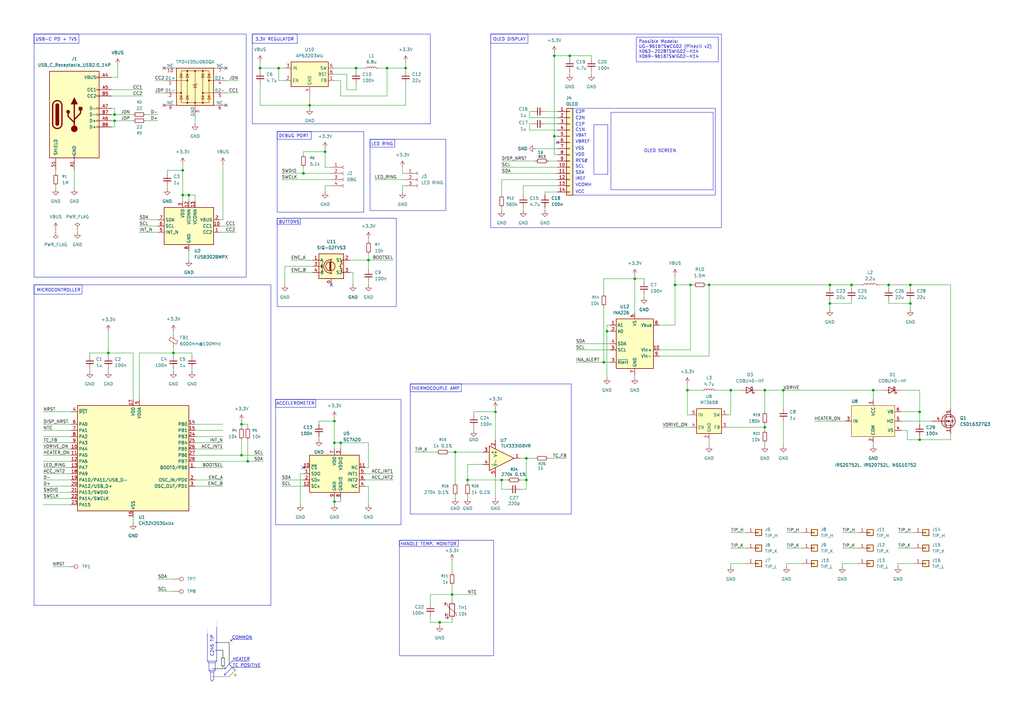
<source format=kicad_sch>
(kicad_sch
	(version 20250114)
	(generator "eeschema")
	(generator_version "9.0")
	(uuid "7095b018-eac3-4b01-b374-28e3216c4fd8")
	(paper "A3")
	
	(rectangle
		(start 113.03 163.83)
		(end 164.465 215.265)
		(stroke
			(width 0)
			(type default)
		)
		(fill
			(type none)
		)
		(uuid 25f66d05-38b5-4a17-99c1-8cad2c92cd3e)
	)
	(rectangle
		(start 13.97 13.97)
		(end 100.965 113.665)
		(stroke
			(width 0)
			(type default)
		)
		(fill
			(type none)
		)
		(uuid 34cfca7f-b72a-4261-a704-f33e6bc4b279)
	)
	(rectangle
		(start 113.03 163.83)
		(end 129.54 167.005)
		(stroke
			(width 0)
			(type default)
		)
		(fill
			(type none)
		)
		(uuid 37b1d202-d0af-4356-9cea-c5377ffdf5c6)
	)
	(rectangle
		(start 168.275 157.48)
		(end 189.23 160.655)
		(stroke
			(width 0)
			(type default)
		)
		(fill
			(type none)
		)
		(uuid 411456a7-808a-4a99-b2e7-4b00b0660778)
	)
	(rectangle
		(start 113.665 89.535)
		(end 123.19 92.075)
		(stroke
			(width 0)
			(type default)
		)
		(fill
			(type none)
		)
		(uuid 51756553-69aa-4f9f-a31a-a60fa2c78053)
	)
	(rectangle
		(start 113.665 53.975)
		(end 149.225 86.995)
		(stroke
			(width 0)
			(type default)
		)
		(fill
			(type none)
		)
		(uuid 5ccf0a54-c09c-402b-8c12-180398bcf0c0)
	)
	(rectangle
		(start 151.765 57.15)
		(end 182.88 86.36)
		(stroke
			(width 0)
			(type default)
		)
		(fill
			(type none)
		)
		(uuid 7ca7d888-0de2-4ee4-9e02-bce99f6c7310)
	)
	(rectangle
		(start 13.97 116.84)
		(end 33.655 120.65)
		(stroke
			(width 0)
			(type default)
		)
		(fill
			(type none)
		)
		(uuid 7d5ee34c-3c30-4116-b034-575f8f5cbca0)
	)
	(rectangle
		(start 113.665 89.535)
		(end 162.56 125.73)
		(stroke
			(width 0)
			(type default)
		)
		(fill
			(type none)
		)
		(uuid 9c119ec4-7162-4594-9de4-9af2e8ac3469)
	)
	(rectangle
		(start 103.505 13.97)
		(end 121.92 17.78)
		(stroke
			(width 0)
			(type default)
		)
		(fill
			(type none)
		)
		(uuid 9d5c2b83-1ad1-4eb5-9c00-115d7cfbb819)
	)
	(rectangle
		(start 168.275 157.48)
		(end 234.315 210.82)
		(stroke
			(width 0)
			(type default)
		)
		(fill
			(type none)
		)
		(uuid a57dfd79-f7b7-44cf-be58-21e0757161fa)
	)
	(rectangle
		(start 13.97 116.84)
		(end 111.125 248.285)
		(stroke
			(width 0)
			(type default)
		)
		(fill
			(type none)
		)
		(uuid a66c837f-d550-4ad5-b67a-1a34b6eaed03)
	)
	(rectangle
		(start 250.571 46.101)
		(end 292.481 77.851)
		(stroke
			(width 0)
			(type default)
		)
		(fill
			(type none)
		)
		(uuid b323df54-646c-4c42-ac5d-c702f5da28df)
	)
	(rectangle
		(start 13.97 13.97)
		(end 32.385 17.78)
		(stroke
			(width 0)
			(type default)
		)
		(fill
			(type none)
		)
		(uuid b41c86f7-a703-4da7-9c7c-3d6f2dbdab0b)
	)
	(rectangle
		(start 163.83 221.615)
		(end 187.96 224.155)
		(stroke
			(width 0)
			(type default)
		)
		(fill
			(type none)
		)
		(uuid b798fff3-5d10-4e4c-948c-461a0845de52)
	)
	(rectangle
		(start 151.765 57.15)
		(end 161.925 60.325)
		(stroke
			(width 0)
			(type default)
		)
		(fill
			(type none)
		)
		(uuid bb60d903-b4fc-4579-917b-d8b1327cda5c)
	)
	(rectangle
		(start 234.95 44.45)
		(end 293.37 80.01)
		(stroke
			(width 0)
			(type default)
		)
		(fill
			(type none)
		)
		(uuid c7ed09f4-c5b0-447c-8527-2fd1a9942fc7)
	)
	(rectangle
		(start 201.295 13.97)
		(end 295.91 93.345)
		(stroke
			(width 0)
			(type default)
		)
		(fill
			(type none)
		)
		(uuid c86b0301-7b25-4d55-b6bd-bf1af0f3ea13)
	)
	(rectangle
		(start 243.586 51.181)
		(end 249.301 71.501)
		(stroke
			(width 0)
			(type default)
		)
		(fill
			(type none)
		)
		(uuid cc173c2c-4802-4b85-8dc1-c0ed1e2586ae)
	)
	(rectangle
		(start 113.665 53.975)
		(end 127.635 57.15)
		(stroke
			(width 0)
			(type default)
		)
		(fill
			(type none)
		)
		(uuid d42d397b-7d5e-44b0-98a1-cec60f91a733)
	)
	(rectangle
		(start 103.505 13.97)
		(end 176.53 50.8)
		(stroke
			(width 0)
			(type default)
		)
		(fill
			(type none)
		)
		(uuid d5e44070-3c31-4662-9265-15546dcb33a9)
	)
	(rectangle
		(start 163.83 221.615)
		(end 202.438 268.986)
		(stroke
			(width 0)
			(type default)
		)
		(fill
			(type none)
		)
		(uuid dc78faa3-7706-462b-aff1-ea2259b8957d)
	)
	(rectangle
		(start 201.295 13.97)
		(end 216.535 17.78)
		(stroke
			(width 0)
			(type default)
		)
		(fill
			(type none)
		)
		(uuid df873f2f-b2dc-4231-b391-da9722f3ee43)
	)
	(text "COMMON"
		(exclude_from_sim no)
		(at 95.123 261.62 0)
		(effects
			(font
				(size 1.27 1.27)
			)
			(justify left)
		)
		(uuid "0da803d8-6a61-4b47-b3c4-8c42b4ebcdd7")
	)
	(text "3.3V REGULATOR"
		(exclude_from_sim no)
		(at 104.648 16.256 0)
		(effects
			(font
				(size 1.27 1.27)
			)
			(justify left)
		)
		(uuid "270c64e9-acc9-4bdf-adf9-51e85a7cfae3")
	)
	(text "C2N"
		(exclude_from_sim no)
		(at 235.966 48.514 0)
		(effects
			(font
				(size 1.27 1.27)
			)
			(justify left)
		)
		(uuid "303735e4-f194-4e97-9ddd-7741146e5965")
	)
	(text "USB-C PD + TVS"
		(exclude_from_sim no)
		(at 14.478 16.256 0)
		(effects
			(font
				(size 1.27 1.27)
			)
			(justify left)
		)
		(uuid "3b53ae36-2320-46df-8526-8d2b0e4cd267")
	)
	(text "BUTTONS"
		(exclude_from_sim no)
		(at 114.3 91.186 0)
		(effects
			(font
				(size 1.27 1.27)
			)
			(justify left)
		)
		(uuid "4ff0d853-92f6-4f02-aa33-1f252be5ef75")
	)
	(text "DEBUG PORT"
		(exclude_from_sim no)
		(at 114.3 55.88 0)
		(effects
			(font
				(size 1.27 1.27)
			)
			(justify left)
		)
		(uuid "5c2c7cad-81d2-418f-aeca-ca54c6312f8c")
	)
	(text "SCL"
		(exclude_from_sim no)
		(at 235.966 68.326 0)
		(effects
			(font
				(size 1.27 1.27)
			)
			(justify left)
		)
		(uuid "63c62cf3-4266-478a-9f68-199034fe5d8b")
	)
	(text "RES#"
		(exclude_from_sim no)
		(at 235.966 66.04 0)
		(effects
			(font
				(size 1.27 1.27)
			)
			(justify left)
		)
		(uuid "6ce3c0b9-bb73-4f4d-8996-df06398c02e3")
	)
	(text "C1P"
		(exclude_from_sim no)
		(at 235.966 51.054 0)
		(effects
			(font
				(size 1.27 1.27)
			)
			(justify left)
		)
		(uuid "6d196f00-fda4-408a-b16f-63e268646b7a")
	)
	(text "ACCELEROMETER"
		(exclude_from_sim no)
		(at 121.158 165.608 0)
		(effects
			(font
				(size 1.27 1.27)
			)
		)
		(uuid "6d3cce01-49eb-4036-848c-880563d726ff")
	)
	(text "HEATER"
		(exclude_from_sim no)
		(at 95.377 270.51 0)
		(effects
			(font
				(size 1.27 1.27)
			)
			(justify left)
		)
		(uuid "6f935533-365b-4490-a199-60d1f885e9c5")
	)
	(text "IREF"
		(exclude_from_sim no)
		(at 235.966 73.406 0)
		(effects
			(font
				(size 1.27 1.27)
			)
			(justify left)
		)
		(uuid "78269562-db7d-4f9c-9409-11de08793bfa")
	)
	(text "C1N"
		(exclude_from_sim no)
		(at 235.966 53.34 0)
		(effects
			(font
				(size 1.27 1.27)
			)
			(justify left)
		)
		(uuid "86eaf89d-7735-48bc-8adf-2c6d7e1c9267")
	)
	(text "C2P"
		(exclude_from_sim no)
		(at 235.966 45.974 0)
		(effects
			(font
				(size 1.27 1.27)
			)
			(justify left)
		)
		(uuid "88767c22-62f5-491f-8191-e622ce50d549")
	)
	(text "VDD"
		(exclude_from_sim no)
		(at 235.966 63.5 0)
		(effects
			(font
				(size 1.27 1.27)
			)
			(justify left)
		)
		(uuid "98ea20d6-f789-4c9a-9d2d-ddf9c4e55ce3")
	)
	(text "HANDLE TEMP. MONITOR"
		(exclude_from_sim no)
		(at 175.768 223.266 0)
		(effects
			(font
				(size 1.27 1.27)
			)
		)
		(uuid "9cf9be48-0da6-4698-b802-905b4321ec7e")
	)
	(text "TC POSITIVE"
		(exclude_from_sim no)
		(at 95.377 273.05 0)
		(effects
			(font
				(size 1.27 1.27)
			)
			(justify left)
		)
		(uuid "9da3b577-a0bb-4c33-9c3c-e8388ac87829")
	)
	(text "OLED SCREEN"
		(exclude_from_sim no)
		(at 270.764 61.976 0)
		(effects
			(font
				(size 1.27 1.27)
			)
		)
		(uuid "a7d4d929-dbaa-411d-a847-37e4617db2b8")
	)
	(text "VCC"
		(exclude_from_sim no)
		(at 235.966 78.74 0)
		(effects
			(font
				(size 1.27 1.27)
			)
			(justify left)
		)
		(uuid "c0b5be38-ee7a-4c62-b666-9455a24b9bdf")
	)
	(text "SDA"
		(exclude_from_sim no)
		(at 235.966 70.866 0)
		(effects
			(font
				(size 1.27 1.27)
			)
			(justify left)
		)
		(uuid "d1f23843-c159-4734-816f-e3ebdc7225d4")
	)
	(text "VBREF"
		(exclude_from_sim no)
		(at 235.966 58.166 0)
		(effects
			(font
				(size 1.27 1.27)
			)
			(justify left)
		)
		(uuid "dc92fbc2-eb7d-47ac-891e-6de1528c9506")
	)
	(text "OLED DISPLAY"
		(exclude_from_sim no)
		(at 202.184 16.256 0)
		(effects
			(font
				(size 1.27 1.27)
			)
			(justify left)
		)
		(uuid "e1182865-9cf6-484e-b369-4d8124243a24")
	)
	(text "VBAT"
		(exclude_from_sim no)
		(at 235.966 55.626 0)
		(effects
			(font
				(size 1.27 1.27)
			)
			(justify left)
		)
		(uuid "e5136794-6a5a-4728-b4d0-e47266a8ec2c")
	)
	(text "VSS"
		(exclude_from_sim no)
		(at 235.966 60.96 0)
		(effects
			(font
				(size 1.27 1.27)
			)
			(justify left)
		)
		(uuid "e5277a5c-1568-43ec-ab65-5c403a9ddad3")
	)
	(text "VCOMH"
		(exclude_from_sim no)
		(at 235.966 75.946 0)
		(effects
			(font
				(size 1.27 1.27)
			)
			(justify left)
		)
		(uuid "e677c7ab-e79d-4a1c-8a88-4a56ca5d6b79")
	)
	(text "THERMOCOUPLE AMP"
		(exclude_from_sim no)
		(at 178.562 159.512 0)
		(effects
			(font
				(size 1.27 1.27)
			)
		)
		(uuid "e865e2d4-df9a-47d7-8bc3-1d543675c813")
	)
	(text "C245 TIP"
		(exclude_from_sim no)
		(at 86.995 264.922 90)
		(effects
			(font
				(size 1.27 1.27)
			)
		)
		(uuid "ec1ed9c1-072b-4c68-8764-5736b7bc8d68")
	)
	(text "LED RING"
		(exclude_from_sim no)
		(at 156.718 59.182 0)
		(effects
			(font
				(size 1.27 1.27)
			)
		)
		(uuid "eebaafe7-13f6-4495-a884-67f3bb5c6ce1")
	)
	(text "MICROCONTROLLER"
		(exclude_from_sim no)
		(at 14.986 119.126 0)
		(effects
			(font
				(size 1.27 1.27)
			)
			(justify left)
		)
		(uuid "f4202bbd-17db-406a-9b6f-417fe43fdaab")
	)
	(text_box "Possible Models:\nUG-9616TSWCG02 (Pinecil v2)\nX063-2028TSWIG02-H14\nX069-9616TSWIG02-H14"
		(exclude_from_sim no)
		(at 260.985 15.24 0)
		(size 33.655 10.16)
		(margins 0.9525 0.9525 0.9525 0.9525)
		(stroke
			(width 0)
			(type solid)
		)
		(fill
			(type none)
		)
		(effects
			(font
				(size 1.27 1.27)
			)
			(justify left top)
		)
		(uuid "aff1d92e-7948-41af-95d4-eec0b0d11729")
	)
	(junction
		(at 340.36 116.84)
		(diameter 0)
		(color 0 0 0 0)
		(uuid "0249d269-810c-4792-bcad-62c507e2feae")
	)
	(junction
		(at 299.72 160.02)
		(diameter 0)
		(color 0 0 0 0)
		(uuid "07d79252-3cfe-49d3-a697-b5180f951c75")
	)
	(junction
		(at 146.05 27.94)
		(diameter 0)
		(color 0 0 0 0)
		(uuid "0acd8611-5527-40f7-90a3-5c60d1adc1d0")
	)
	(junction
		(at 283.21 116.84)
		(diameter 0)
		(color 0 0 0 0)
		(uuid "1ddbe419-3595-4df3-a72f-7cf030e34ac4")
	)
	(junction
		(at 99.06 173.99)
		(diameter 0)
		(color 0 0 0 0)
		(uuid "22bc19a2-e590-4ae5-87e1-2c346112c753")
	)
	(junction
		(at 377.19 180.34)
		(diameter 0)
		(color 0 0 0 0)
		(uuid "253e7a83-9b7c-4d4c-b8d1-7fbacce38609")
	)
	(junction
		(at 290.83 116.84)
		(diameter 0)
		(color 0 0 0 0)
		(uuid "344187d9-c96b-45fd-8f6c-b46a99aead8f")
	)
	(junction
		(at 101.6 189.23)
		(diameter 0)
		(color 0 0 0 0)
		(uuid "39afbb62-f4d9-47c5-b1ec-6bf8308a9b0e")
	)
	(junction
		(at 203.2 168.91)
		(diameter 0)
		(color 0 0 0 0)
		(uuid "3f9bcc33-18ad-48ec-8047-f514eddb9bd3")
	)
	(junction
		(at 358.14 160.02)
		(diameter 0)
		(color 0 0 0 0)
		(uuid "4022ea02-a839-4e77-8442-99daabad0cb4")
	)
	(junction
		(at 340.36 124.46)
		(diameter 0)
		(color 0 0 0 0)
		(uuid "43942d84-b87b-4f4a-adb8-d0b0fad21d24")
	)
	(junction
		(at 377.19 168.91)
		(diameter 0)
		(color 0 0 0 0)
		(uuid "45cd84fd-2fd0-4481-9f27-779c4e05a620")
	)
	(junction
		(at 191.77 196.85)
		(diameter 0)
		(color 0 0 0 0)
		(uuid "4793f579-9960-4fea-a983-16516b9a6a74")
	)
	(junction
		(at 281.94 160.02)
		(diameter 0)
		(color 0 0 0 0)
		(uuid "4c2788f8-2f3d-4c09-bf35-9265ddb84f5d")
	)
	(junction
		(at 158.75 27.94)
		(diameter 0)
		(color 0 0 0 0)
		(uuid "4e457d4d-37fd-4b51-a420-85ebb8dc04c5")
	)
	(junction
		(at 137.16 181.61)
		(diameter 0)
		(color 0 0 0 0)
		(uuid "589eff9d-eed1-4df5-98d6-26b7c768b426")
	)
	(junction
		(at 180.34 255.27)
		(diameter 0)
		(color 0 0 0 0)
		(uuid "5d928225-5b9c-48d4-87e3-c9458e645c2a")
	)
	(junction
		(at 46.99 49.53)
		(diameter 0)
		(color 0 0 0 0)
		(uuid "5e8d1cf7-167e-4030-9f28-7c115ea5395b")
	)
	(junction
		(at 227.33 55.88)
		(diameter 0)
		(color 0 0 0 0)
		(uuid "5fbb3de9-86ee-49ad-a284-eb55f1cc692a")
	)
	(junction
		(at 233.68 22.86)
		(diameter 0)
		(color 0 0 0 0)
		(uuid "73b54f8a-8892-4f5c-ad2f-0a2e6cc384c3")
	)
	(junction
		(at 205.74 196.85)
		(diameter 0)
		(color 0 0 0 0)
		(uuid "77d052f3-f174-4ac4-b7f3-74fd8cd4f0e2")
	)
	(junction
		(at 260.35 114.3)
		(diameter 0)
		(color 0 0 0 0)
		(uuid "7d3edf29-0a34-493b-a403-4e5e153d29fc")
	)
	(junction
		(at 313.69 160.02)
		(diameter 0)
		(color 0 0 0 0)
		(uuid "81928cab-d290-47f7-99c7-9c8f417d4c4e")
	)
	(junction
		(at 137.16 172.72)
		(diameter 0)
		(color 0 0 0 0)
		(uuid "84b1d133-5555-4f34-9259-4c4a00397909")
	)
	(junction
		(at 215.9 196.85)
		(diameter 0)
		(color 0 0 0 0)
		(uuid "879d8513-8c12-4c71-805b-cfd0566ce6a8")
	)
	(junction
		(at 248.92 135.89)
		(diameter 0)
		(color 0 0 0 0)
		(uuid "87bdbf96-3d48-4981-b994-dfde82d815de")
	)
	(junction
		(at 276.86 116.84)
		(diameter 0)
		(color 0 0 0 0)
		(uuid "8921e9ca-0ecf-4755-b5c2-d0084cccd6cf")
	)
	(junction
		(at 99.06 186.69)
		(diameter 0)
		(color 0 0 0 0)
		(uuid "8f91cdd6-9b8f-41e7-aba5-783e4c94f1c2")
	)
	(junction
		(at 349.25 116.84)
		(diameter 0)
		(color 0 0 0 0)
		(uuid "924a9453-b138-4112-9cf9-cdd7d6fd271f")
	)
	(junction
		(at 227.33 22.86)
		(diameter 0)
		(color 0 0 0 0)
		(uuid "9531702c-c6a6-4297-8a10-64a5c6fc90b3")
	)
	(junction
		(at 373.38 124.46)
		(diameter 0)
		(color 0 0 0 0)
		(uuid "9ce0d5f7-a196-42ba-865b-78bc41279af1")
	)
	(junction
		(at 44.45 144.78)
		(diameter 0)
		(color 0 0 0 0)
		(uuid "9fa2ea7a-f50f-4f59-8f6e-1d8cc4b4f22f")
	)
	(junction
		(at 74.93 80.01)
		(diameter 0)
		(color 0 0 0 0)
		(uuid "a102cd63-af1a-49b4-9201-df06578d4c1f")
	)
	(junction
		(at 186.69 185.42)
		(diameter 0)
		(color 0 0 0 0)
		(uuid "abfdf2ca-6d75-42e4-bc8a-926f6a715c4d")
	)
	(junction
		(at 215.9 187.96)
		(diameter 0)
		(color 0 0 0 0)
		(uuid "aff6f7cf-f995-4965-9b70-2f6e1afd3257")
	)
	(junction
		(at 185.42 243.84)
		(diameter 0)
		(color 0 0 0 0)
		(uuid "c4f19431-f823-4a18-902b-e25529b1c304")
	)
	(junction
		(at 166.37 27.94)
		(diameter 0)
		(color 0 0 0 0)
		(uuid "caa23b1a-fb60-423d-84ed-a4ec6bda7dc1")
	)
	(junction
		(at 71.12 144.78)
		(diameter 0)
		(color 0 0 0 0)
		(uuid "cbafbc4a-ea32-4bc2-8303-c740f3149d9b")
	)
	(junction
		(at 151.13 106.68)
		(diameter 0)
		(color 0 0 0 0)
		(uuid "cbfb9910-a9c3-4d1d-beaf-ad4934f7e32e")
	)
	(junction
		(at 313.69 175.26)
		(diameter 0)
		(color 0 0 0 0)
		(uuid "cc109a5d-bdf8-421c-800f-f4fb1ea8fcea")
	)
	(junction
		(at 127 43.18)
		(diameter 0)
		(color 0 0 0 0)
		(uuid "d049456d-20ee-4308-a384-c295c5fb64a1")
	)
	(junction
		(at 77.47 80.01)
		(diameter 0)
		(color 0 0 0 0)
		(uuid "d075905e-0ee9-4e4e-bc8b-46248e59d6b7")
	)
	(junction
		(at 137.16 205.74)
		(diameter 0)
		(color 0 0 0 0)
		(uuid "d3c0ec6c-e13a-496a-ad1c-ba60afc46b96")
	)
	(junction
		(at 46.99 46.99)
		(diameter 0)
		(color 0 0 0 0)
		(uuid "d3cb3929-1383-43bf-9aa0-8d6179547879")
	)
	(junction
		(at 364.49 116.84)
		(diameter 0)
		(color 0 0 0 0)
		(uuid "d6376345-e63e-469e-b947-b621d80200ca")
	)
	(junction
		(at 373.38 116.84)
		(diameter 0)
		(color 0 0 0 0)
		(uuid "d9505c24-ab59-4a1d-8ead-8359d37f8315")
	)
	(junction
		(at 74.93 69.85)
		(diameter 0)
		(color 0 0 0 0)
		(uuid "dced1970-c9d1-4fca-aa68-57578fbeec87")
	)
	(junction
		(at 133.35 62.23)
		(diameter 0)
		(color 0 0 0 0)
		(uuid "dd645f38-5944-4257-9764-2d12bcf783d9")
	)
	(junction
		(at 124.46 71.12)
		(diameter 0)
		(color 0 0 0 0)
		(uuid "e0c9883b-d031-4a61-9fde-76739f501e2c")
	)
	(junction
		(at 321.31 160.02)
		(diameter 0)
		(color 0 0 0 0)
		(uuid "e5115188-7348-4d7f-9464-18609567d3fc")
	)
	(junction
		(at 114.3 27.94)
		(diameter 0)
		(color 0 0 0 0)
		(uuid "e80bc681-7695-43f3-a2bd-d411c7e86409")
	)
	(junction
		(at 139.7 181.61)
		(diameter 0)
		(color 0 0 0 0)
		(uuid "ea9ea449-1699-40d7-8a1c-89a1d2111f96")
	)
	(junction
		(at 106.68 27.94)
		(diameter 0)
		(color 0 0 0 0)
		(uuid "f1df4cab-d95d-4e21-b204-cc5686c3ccd2")
	)
	(junction
		(at 247.65 148.59)
		(diameter 0)
		(color 0 0 0 0)
		(uuid "f7b295b6-cf9f-4869-a52e-c95688582c78")
	)
	(no_connect
		(at 92.71 43.18)
		(uuid "46b4ccbc-24ab-4899-8505-9a1bc9336197")
	)
	(no_connect
		(at 67.31 27.94)
		(uuid "613b3790-5218-413f-a343-e26aa4ea4b95")
	)
	(no_connect
		(at 228.6 58.42)
		(uuid "8d801d13-32fe-4e34-8cc5-b8a86a497023")
	)
	(no_connect
		(at 124.46 191.77)
		(uuid "bb17c601-45a1-4eb6-aaaf-eada3efdd523")
	)
	(no_connect
		(at 67.31 43.18)
		(uuid "c9b41e3a-80a4-4410-be4c-91975e86700a")
	)
	(no_connect
		(at 135.89 116.84)
		(uuid "d8cbb7b8-f348-43ed-b12a-7c884625729d")
	)
	(no_connect
		(at 92.71 27.94)
		(uuid "e9fc4535-1911-4390-b5e2-c282d53c9319")
	)
	(wire
		(pts
			(xy 99.06 186.69) (xy 107.95 186.69)
		)
		(stroke
			(width 0)
			(type default)
		)
		(uuid "00dc7f33-0b4e-4099-8479-24293b9aabac")
	)
	(wire
		(pts
			(xy 149.86 196.85) (xy 161.29 196.85)
		)
		(stroke
			(width 0)
			(type default)
		)
		(uuid "0156bf95-e162-433c-99c7-904c2f68448d")
	)
	(wire
		(pts
			(xy 306.07 231.14) (xy 299.72 231.14)
		)
		(stroke
			(width 0)
			(type default)
		)
		(uuid "01731df4-405d-4159-8024-ddbfe44e4824")
	)
	(wire
		(pts
			(xy 166.37 25.4) (xy 166.37 27.94)
		)
		(stroke
			(width 0)
			(type default)
		)
		(uuid "0280334b-627a-4233-a676-012a207d9298")
	)
	(wire
		(pts
			(xy 123.19 194.31) (xy 124.46 194.31)
		)
		(stroke
			(width 0)
			(type default)
		)
		(uuid "03f9526b-c252-4cea-a8ec-81306ff6df76")
	)
	(wire
		(pts
			(xy 260.35 153.67) (xy 260.35 154.94)
		)
		(stroke
			(width 0)
			(type default)
		)
		(uuid "045736e4-e075-41e5-b1c9-53ded6fc813c")
	)
	(wire
		(pts
			(xy 63.5 38.1) (xy 67.31 38.1)
		)
		(stroke
			(width 0)
			(type default)
		)
		(uuid "057a48eb-9b1d-42a5-bf44-6985b9321748")
	)
	(polyline
		(pts
			(xy 94.615 262.89) (xy 95.25 262.89)
		)
		(stroke
			(width 0)
			(type default)
		)
		(uuid "061e75a6-db12-4875-bb49-acc7a02aa4eb")
	)
	(wire
		(pts
			(xy 227.33 55.88) (xy 228.6 55.88)
		)
		(stroke
			(width 0)
			(type default)
		)
		(uuid "06a39b25-e5c0-48bf-8f66-6ff9e46efda7")
	)
	(polyline
		(pts
			(xy 93.98 263.525) (xy 93.98 272.415)
		)
		(stroke
			(width 0)
			(type solid)
			(color 0 0 0 1)
		)
		(uuid "076917fa-25ee-47d3-b2b0-165b02f01f24")
	)
	(wire
		(pts
			(xy 68.58 69.85) (xy 74.93 69.85)
		)
		(stroke
			(width 0)
			(type default)
		)
		(uuid "088c7699-190e-4234-9815-fffe11d5ef7a")
	)
	(wire
		(pts
			(xy 299.72 160.02) (xy 299.72 170.18)
		)
		(stroke
			(width 0)
			(type default)
		)
		(uuid "08ca60c2-d79a-4019-861d-7c88280594b9")
	)
	(wire
		(pts
			(xy 68.58 76.2) (xy 68.58 77.47)
		)
		(stroke
			(width 0)
			(type default)
		)
		(uuid "090443bb-96fb-4f06-ac72-191a7f6e15f4")
	)
	(wire
		(pts
			(xy 96.52 95.25) (xy 90.17 95.25)
		)
		(stroke
			(width 0)
			(type default)
		)
		(uuid "091df10a-a778-479d-8cbf-324751cb3cc5")
	)
	(wire
		(pts
			(xy 115.57 199.39) (xy 124.46 199.39)
		)
		(stroke
			(width 0)
			(type default)
		)
		(uuid "093a4bfc-aabd-4586-948a-1580d9afeffa")
	)
	(wire
		(pts
			(xy 45.72 36.83) (xy 58.42 36.83)
		)
		(stroke
			(width 0)
			(type default)
		)
		(uuid "098337dc-d67f-4f92-9e59-aa0530495823")
	)
	(wire
		(pts
			(xy 369.57 168.91) (xy 377.19 168.91)
		)
		(stroke
			(width 0)
			(type default)
		)
		(uuid "0991fc57-c77d-4d8b-a7f5-93559a71531e")
	)
	(wire
		(pts
			(xy 368.3 218.44) (xy 374.65 218.44)
		)
		(stroke
			(width 0)
			(type default)
		)
		(uuid "0b3b1be4-2c7f-47f2-886c-9ff27992e090")
	)
	(wire
		(pts
			(xy 283.21 170.18) (xy 281.94 170.18)
		)
		(stroke
			(width 0)
			(type default)
		)
		(uuid "0bdd0dd3-1438-4145-a164-7482936ecc91")
	)
	(wire
		(pts
			(xy 358.14 181.61) (xy 358.14 182.88)
		)
		(stroke
			(width 0)
			(type default)
		)
		(uuid "0c9fa1d8-a413-4dad-b1e6-53724d6877dc")
	)
	(wire
		(pts
			(xy 80.01 184.15) (xy 91.44 184.15)
		)
		(stroke
			(width 0)
			(type default)
		)
		(uuid "0d0fb7d8-cf76-4ea3-b43e-0043f449d33e")
	)
	(wire
		(pts
			(xy 377.19 179.07) (xy 377.19 180.34)
		)
		(stroke
			(width 0)
			(type default)
		)
		(uuid "0d1d8e67-44be-4e93-8637-8b77df712344")
	)
	(wire
		(pts
			(xy 106.68 34.29) (xy 106.68 43.18)
		)
		(stroke
			(width 0)
			(type default)
		)
		(uuid "0d1da041-1604-484f-8588-64418e6780df")
	)
	(wire
		(pts
			(xy 281.94 157.48) (xy 281.94 160.02)
		)
		(stroke
			(width 0)
			(type default)
		)
		(uuid "0d6f32d5-98ad-41ed-b781-51035ba32ce2")
	)
	(polyline
		(pts
			(xy 99.695 273.685) (xy 106.68 273.685)
		)
		(stroke
			(width 0)
			(type default)
		)
		(uuid "0efdd063-1445-49ad-b269-05e1548bd623")
	)
	(wire
		(pts
			(xy 369.57 160.02) (xy 377.19 160.02)
		)
		(stroke
			(width 0)
			(type default)
		)
		(uuid "0f2a8a4d-3e10-44bf-9ebb-4b69f6c43acb")
	)
	(wire
		(pts
			(xy 176.53 243.84) (xy 185.42 243.84)
		)
		(stroke
			(width 0)
			(type default)
		)
		(uuid "0f8627da-dc1e-4504-acfc-120e3647c5b5")
	)
	(wire
		(pts
			(xy 17.78 191.77) (xy 29.21 191.77)
		)
		(stroke
			(width 0)
			(type default)
		)
		(uuid "0f968ad1-38fa-43f3-a9ca-eaab57060db2")
	)
	(wire
		(pts
			(xy 214.63 85.09) (xy 214.63 86.36)
		)
		(stroke
			(width 0)
			(type default)
		)
		(uuid "0fdf5b0f-14a7-4ff5-aee8-91dcf3e80430")
	)
	(polyline
		(pts
			(xy 86.995 277.495) (xy 93.98 277.495)
		)
		(stroke
			(width 0)
			(type solid)
			(color 128 77 0 1)
		)
		(uuid "11cf35b8-cd1b-4b18-8246-50d401672c42")
	)
	(wire
		(pts
			(xy 321.31 167.64) (xy 321.31 160.02)
		)
		(stroke
			(width 0)
			(type default)
		)
		(uuid "1213dcc9-1528-4b78-b712-6cdbea454856")
	)
	(wire
		(pts
			(xy 191.77 196.85) (xy 191.77 190.5)
		)
		(stroke
			(width 0)
			(type default)
		)
		(uuid "12f02fb2-28a7-4766-ae13-424545151178")
	)
	(wire
		(pts
			(xy 137.16 181.61) (xy 137.16 184.15)
		)
		(stroke
			(width 0)
			(type default)
		)
		(uuid "135c080a-b87a-42f2-bd23-e8f54c5ee6c7")
	)
	(wire
		(pts
			(xy 165.1 78.74) (xy 165.1 76.2)
		)
		(stroke
			(width 0)
			(type default)
		)
		(uuid "13a8fbae-4055-4538-a775-7561035458e6")
	)
	(wire
		(pts
			(xy 191.77 196.85) (xy 205.74 196.85)
		)
		(stroke
			(width 0)
			(type default)
		)
		(uuid "13e7537a-edd6-43d5-8bb0-f6eb3d491016")
	)
	(wire
		(pts
			(xy 215.9 196.85) (xy 215.9 187.96)
		)
		(stroke
			(width 0)
			(type default)
		)
		(uuid "1427c6b1-5293-499b-9663-f54121cc8ca4")
	)
	(wire
		(pts
			(xy 48.26 31.75) (xy 48.26 26.67)
		)
		(stroke
			(width 0)
			(type default)
		)
		(uuid "14b83c6b-fa77-4ec1-b020-d89f490dd1db")
	)
	(wire
		(pts
			(xy 373.38 116.84) (xy 373.38 118.11)
		)
		(stroke
			(width 0)
			(type default)
		)
		(uuid "154f7824-5e3a-4df6-a265-e8ad4cf18628")
	)
	(wire
		(pts
			(xy 119.38 106.68) (xy 128.27 106.68)
		)
		(stroke
			(width 0)
			(type default)
		)
		(uuid "15d75b7e-53c1-4b3b-bead-3e9845084cb1")
	)
	(wire
		(pts
			(xy 203.2 167.64) (xy 203.2 168.91)
		)
		(stroke
			(width 0)
			(type default)
		)
		(uuid "16a235b6-6479-41c3-934b-5990cd87fafe")
	)
	(wire
		(pts
			(xy 227.33 55.88) (xy 227.33 63.5)
		)
		(stroke
			(width 0)
			(type default)
		)
		(uuid "16a6ad92-1a6b-4d2b-93f1-5652f5947dbb")
	)
	(polyline
		(pts
			(xy 95.885 276.86) (xy 97.155 276.86)
		)
		(stroke
			(width 0)
			(type solid)
			(color 128 77 0 1)
		)
		(uuid "17532791-aaa0-48e6-a3d3-84b5cfe2ffdf")
	)
	(wire
		(pts
			(xy 45.72 52.07) (xy 46.99 52.07)
		)
		(stroke
			(width 0)
			(type default)
		)
		(uuid "18438b3a-827e-4972-b4d2-e39627126fd2")
	)
	(wire
		(pts
			(xy 17.78 186.69) (xy 29.21 186.69)
		)
		(stroke
			(width 0)
			(type default)
		)
		(uuid "185cc638-609c-4acf-9a83-434d47f9bece")
	)
	(wire
		(pts
			(xy 322.58 218.44) (xy 328.93 218.44)
		)
		(stroke
			(width 0)
			(type default)
		)
		(uuid "186284b8-bd67-4889-90c2-387a38831a45")
	)
	(wire
		(pts
			(xy 321.31 160.02) (xy 313.69 160.02)
		)
		(stroke
			(width 0)
			(type default)
		)
		(uuid "18853170-98c0-4142-a886-9b88272679cd")
	)
	(wire
		(pts
			(xy 281.94 170.18) (xy 281.94 160.02)
		)
		(stroke
			(width 0)
			(type default)
		)
		(uuid "19c2bb4e-b6a2-428b-b46d-e50a0b5d9ad9")
	)
	(wire
		(pts
			(xy 17.78 201.93) (xy 29.21 201.93)
		)
		(stroke
			(width 0)
			(type default)
		)
		(uuid "1a675778-1e38-4114-a392-a674b2dc8fa9")
	)
	(wire
		(pts
			(xy 290.83 116.84) (xy 290.83 146.05)
		)
		(stroke
			(width 0)
			(type default)
		)
		(uuid "1a894749-5980-44f8-be8f-1f0ca672c7df")
	)
	(wire
		(pts
			(xy 71.12 135.89) (xy 71.12 137.16)
		)
		(stroke
			(width 0)
			(type default)
		)
		(uuid "1ae0b9e3-10e0-4c50-8291-792664f6f6ce")
	)
	(wire
		(pts
			(xy 377.19 180.34) (xy 389.89 180.34)
		)
		(stroke
			(width 0)
			(type default)
		)
		(uuid "1b77d230-b149-4ebc-9500-892f807d9feb")
	)
	(wire
		(pts
			(xy 176.53 255.27) (xy 176.53 252.73)
		)
		(stroke
			(width 0)
			(type default)
		)
		(uuid "1b9cd177-a46a-4a5a-81a3-e55bb87811dd")
	)
	(wire
		(pts
			(xy 101.6 175.26) (xy 101.6 173.99)
		)
		(stroke
			(width 0)
			(type default)
		)
		(uuid "1beeb275-c1cd-4b8f-a12a-830eb9c2286d")
	)
	(wire
		(pts
			(xy 80.01 199.39) (xy 91.44 199.39)
		)
		(stroke
			(width 0)
			(type default)
		)
		(uuid "1c31a3a0-71be-4869-aecb-fe7720f70370")
	)
	(polyline
		(pts
			(xy 91.44 268.605) (xy 91.44 269.875)
		)
		(stroke
			(width 0)
			(type solid)
			(color 0 0 0 1)
		)
		(uuid "1cb32bb3-76dc-4823-be3a-ee1c82fb9d6e")
	)
	(wire
		(pts
			(xy 345.44 231.14) (xy 351.79 231.14)
		)
		(stroke
			(width 0)
			(type default)
		)
		(uuid "1cf9f715-8924-4551-8321-2cb14bcb7a4b")
	)
	(polyline
		(pts
			(xy 94.615 262.89) (xy 95.25 262.255)
		)
		(stroke
			(width 0)
			(type default)
		)
		(uuid "1fc62f63-6cba-4ff0-930d-1f292e0bfa84")
	)
	(wire
		(pts
			(xy 80.01 181.61) (xy 91.44 181.61)
		)
		(stroke
			(width 0)
			(type default)
		)
		(uuid "1fd72b09-6ab8-4dc4-8f0b-ca67c9a74253")
	)
	(wire
		(pts
			(xy 68.58 71.12) (xy 68.58 69.85)
		)
		(stroke
			(width 0)
			(type default)
		)
		(uuid "202b5c7b-0b11-4522-bc46-256551c46d63")
	)
	(wire
		(pts
			(xy 116.84 27.94) (xy 114.3 27.94)
		)
		(stroke
			(width 0)
			(type default)
		)
		(uuid "202f5003-0a48-4fcb-962b-eb5d0b2eea8c")
	)
	(polyline
		(pts
			(xy 85.09 271.145) (xy 88.9 271.145)
		)
		(stroke
			(width 0)
			(type default)
		)
		(uuid "20c289f8-34a5-48ed-8d32-b4b9e5521011")
	)
	(wire
		(pts
			(xy 77.47 102.87) (xy 77.47 106.68)
		)
		(stroke
			(width 0)
			(type default)
		)
		(uuid "21a2f101-e4da-4991-a949-92df212cf85b")
	)
	(polyline
		(pts
			(xy 95.25 262.255) (xy 103.505 262.255)
		)
		(stroke
			(width 0)
			(type default)
		)
		(uuid "225ad2a0-3f91-4b41-b14c-33002ef325b8")
	)
	(wire
		(pts
			(xy 127 43.18) (xy 166.37 43.18)
		)
		(stroke
			(width 0)
			(type default)
		)
		(uuid "228d2b28-0e5e-4a0f-9a64-60ca034456d5")
	)
	(wire
		(pts
			(xy 22.86 69.85) (xy 22.86 71.12)
		)
		(stroke
			(width 0)
			(type default)
		)
		(uuid "22ceb097-bc74-4764-aecd-0b980944d711")
	)
	(wire
		(pts
			(xy 299.72 224.79) (xy 306.07 224.79)
		)
		(stroke
			(width 0)
			(type default)
		)
		(uuid "234d1ba8-847a-498b-b1ae-e4eb0f0e2c2e")
	)
	(polyline
		(pts
			(xy 93.98 277.495) (xy 96.52 274.955)
		)
		(stroke
			(width 0)
			(type solid)
			(color 128 77 0 1)
		)
		(uuid "23b27315-c748-4e5f-bfe8-f12b825cfb87")
	)
	(wire
		(pts
			(xy 368.3 231.14) (xy 374.65 231.14)
		)
		(stroke
			(width 0)
			(type default)
		)
		(uuid "2616a777-c896-4d19-9dd1-44f1b40faa16")
	)
	(wire
		(pts
			(xy 340.36 123.19) (xy 340.36 124.46)
		)
		(stroke
			(width 0)
			(type default)
		)
		(uuid "262148e9-abf9-4df4-8abe-6bc1166237b2")
	)
	(wire
		(pts
			(xy 345.44 224.79) (xy 351.79 224.79)
		)
		(stroke
			(width 0)
			(type default)
		)
		(uuid "28258bd8-18c4-469b-be71-ef9ab42f0cf4")
	)
	(wire
		(pts
			(xy 208.28 200.66) (xy 205.74 200.66)
		)
		(stroke
			(width 0)
			(type default)
		)
		(uuid "28f9a714-ce47-4a87-9eba-39a2e1e51e21")
	)
	(wire
		(pts
			(xy 158.75 39.37) (xy 139.7 39.37)
		)
		(stroke
			(width 0)
			(type default)
		)
		(uuid "296133f5-2a32-47e9-994c-67f3c4c032fa")
	)
	(wire
		(pts
			(xy 46.99 44.45) (xy 46.99 46.99)
		)
		(stroke
			(width 0)
			(type default)
		)
		(uuid "2b6c7f04-a093-4524-90eb-496f9f787527")
	)
	(wire
		(pts
			(xy 205.74 73.66) (xy 205.74 80.01)
		)
		(stroke
			(width 0)
			(type default)
		)
		(uuid "2c6750b6-74c7-4d32-8f14-8af4353a5366")
	)
	(wire
		(pts
			(xy 127 43.18) (xy 127 44.45)
		)
		(stroke
			(width 0)
			(type default)
		)
		(uuid "2caf9a90-c3fc-4061-b393-2a0dec203c07")
	)
	(wire
		(pts
			(xy 270.51 146.05) (xy 290.83 146.05)
		)
		(stroke
			(width 0)
			(type default)
		)
		(uuid "2d33e4d5-c7ce-4694-ab29-5a6f11a02904")
	)
	(wire
		(pts
			(xy 45.72 31.75) (xy 48.26 31.75)
		)
		(stroke
			(width 0)
			(type default)
		)
		(uuid "2f68ac55-2ae3-4fdc-bcfb-21f448f1abfc")
	)
	(wire
		(pts
			(xy 185.42 243.84) (xy 195.58 243.84)
		)
		(stroke
			(width 0)
			(type default)
		)
		(uuid "2f7c8f4f-5718-4ee6-b598-55a2c858af33")
	)
	(wire
		(pts
			(xy 17.78 194.31) (xy 29.21 194.31)
		)
		(stroke
			(width 0)
			(type default)
		)
		(uuid "2fdf26ff-e34d-47ed-b024-4ecb4d28caf6")
	)
	(wire
		(pts
			(xy 137.16 171.45) (xy 137.16 172.72)
		)
		(stroke
			(width 0)
			(type default)
		)
		(uuid "2ff8f590-a0dd-4986-b523-e06c9b3827a0")
	)
	(wire
		(pts
			(xy 321.31 160.02) (xy 358.14 160.02)
		)
		(stroke
			(width 0)
			(type default)
		)
		(uuid "30582172-f069-4a5c-98a5-78a219f57280")
	)
	(polyline
		(pts
			(xy 85.09 257.81) (xy 85.09 259.715)
		)
		(stroke
			(width 0)
			(type dot)
		)
		(uuid "30942881-eef2-4f32-b0ca-a19e1cdb685d")
	)
	(wire
		(pts
			(xy 133.35 68.58) (xy 133.35 62.23)
		)
		(stroke
			(width 0)
			(type default)
		)
		(uuid "3096bc9d-6be7-44be-98b5-33a16aea1377")
	)
	(wire
		(pts
			(xy 146.05 36.83) (xy 142.24 36.83)
		)
		(stroke
			(width 0)
			(type default)
		)
		(uuid "326fcbeb-6568-414a-bae2-3482d5ca26c6")
	)
	(wire
		(pts
			(xy 99.06 180.34) (xy 99.06 186.69)
		)
		(stroke
			(width 0)
			(type default)
		)
		(uuid "3355cf20-4f86-473a-8cad-ce6847f6a0c1")
	)
	(wire
		(pts
			(xy 311.15 160.02) (xy 313.69 160.02)
		)
		(stroke
			(width 0)
			(type default)
		)
		(uuid "33fe9200-0def-4577-bcb2-84f0425cf81a")
	)
	(wire
		(pts
			(xy 130.81 173.99) (xy 130.81 172.72)
		)
		(stroke
			(width 0)
			(type default)
		)
		(uuid "34170387-03a3-4d7d-9f6a-9db512b2f47f")
	)
	(wire
		(pts
			(xy 124.46 68.58) (xy 124.46 71.12)
		)
		(stroke
			(width 0)
			(type default)
		)
		(uuid "3489d8e5-ab2a-461f-baae-51519db62919")
	)
	(wire
		(pts
			(xy 114.3 27.94) (xy 106.68 27.94)
		)
		(stroke
			(width 0)
			(type default)
		)
		(uuid "35fc1e6c-2319-48d6-b1ef-3f4c892dc210")
	)
	(wire
		(pts
			(xy 106.68 27.94) (xy 106.68 29.21)
		)
		(stroke
			(width 0)
			(type default)
		)
		(uuid "3855a61f-666e-4706-aff6-2793b5d48fb3")
	)
	(wire
		(pts
			(xy 80.01 48.26) (xy 80.01 50.8)
		)
		(stroke
			(width 0)
			(type default)
		)
		(uuid "3884bd08-970a-4525-a7ae-3d118eacfc46")
	)
	(polyline
		(pts
			(xy 86.995 279.4) (xy 86.36 278.765)
		)
		(stroke
			(width 0)
			(type default)
		)
		(uuid "39a12aa5-75fa-4b65-96a9-f0b6425df50e")
	)
	(wire
		(pts
			(xy 248.92 133.35) (xy 248.92 135.89)
		)
		(stroke
			(width 0)
			(type default)
		)
		(uuid "3a0409a1-4779-4106-95b5-a92b7a15922b")
	)
	(wire
		(pts
			(xy 373.38 124.46) (xy 373.38 127)
		)
		(stroke
			(width 0)
			(type default)
		)
		(uuid "3a2f0939-ff0c-439a-a3d0-aa91e8aa0534")
	)
	(wire
		(pts
			(xy 80.01 189.23) (xy 101.6 189.23)
		)
		(stroke
			(width 0)
			(type default)
		)
		(uuid "3b2755e3-1aad-493d-a2e7-3f4591a11d7c")
	)
	(wire
		(pts
			(xy 64.77 242.57) (xy 71.12 242.57)
		)
		(stroke
			(width 0)
			(type default)
		)
		(uuid "3bd21cd8-27e7-4425-90d9-0c1fa6bca675")
	)
	(wire
		(pts
			(xy 166.37 29.21) (xy 166.37 27.94)
		)
		(stroke
			(width 0)
			(type default)
		)
		(uuid "3be291d1-3abb-48c6-8d25-0c043a9fcb68")
	)
	(wire
		(pts
			(xy 228.6 53.34) (xy 217.17 53.34)
		)
		(stroke
			(width 0)
			(type default)
		)
		(uuid "3cc74a2e-0fe8-421a-b5ee-daa8e8b3a712")
	)
	(wire
		(pts
			(xy 101.6 180.34) (xy 101.6 189.23)
		)
		(stroke
			(width 0)
			(type default)
		)
		(uuid "3d66e467-5e98-4d44-9cd7-d42b374333f2")
	)
	(wire
		(pts
			(xy 149.86 194.31) (xy 161.29 194.31)
		)
		(stroke
			(width 0)
			(type default)
		)
		(uuid "3dfd848b-4804-469d-ba55-8f1198f28669")
	)
	(wire
		(pts
			(xy 80.01 82.55) (xy 80.01 80.01)
		)
		(stroke
			(width 0)
			(type default)
		)
		(uuid "3e4e7e11-8ad6-4786-a34f-fff983e1eca2")
	)
	(wire
		(pts
			(xy 124.46 63.5) (xy 124.46 62.23)
		)
		(stroke
			(width 0)
			(type default)
		)
		(uuid "3e76c288-adb1-4feb-9b70-bff9966bc496")
	)
	(wire
		(pts
			(xy 224.79 66.04) (xy 228.6 66.04)
		)
		(stroke
			(width 0)
			(type default)
		)
		(uuid "3e7e3e9e-2270-4d22-887c-ad05a3264519")
	)
	(wire
		(pts
			(xy 340.36 116.84) (xy 349.25 116.84)
		)
		(stroke
			(width 0)
			(type default)
		)
		(uuid "3ecf81df-9e81-47a2-bb7f-3e3b31d22ef4")
	)
	(polyline
		(pts
			(xy 88.265 271.78) (xy 88.9 271.145)
		)
		(stroke
			(width 0)
			(type default)
		)
		(uuid "3f1ed005-b0c4-40ad-9197-7ee26953d7dd")
	)
	(wire
		(pts
			(xy 59.69 49.53) (xy 64.77 49.53)
		)
		(stroke
			(width 0)
			(type default)
		)
		(uuid "3fb95421-59f4-497f-8b94-8962c1179ed1")
	)
	(wire
		(pts
			(xy 21.59 232.41) (xy 27.94 232.41)
		)
		(stroke
			(width 0)
			(type default)
		)
		(uuid "3fcfaa5f-7c10-451a-9356-b0f126700f56")
	)
	(polyline
		(pts
			(xy 86.36 275.59) (xy 87.63 275.59)
		)
		(stroke
			(width 0)
			(type default)
		)
		(uuid "408fde12-3570-41a6-a6b3-a9a07b0b2765")
	)
	(wire
		(pts
			(xy 36.83 144.78) (xy 44.45 144.78)
		)
		(stroke
			(width 0)
			(type default)
		)
		(uuid "40920f53-5818-408c-bc37-08872dc5c2db")
	)
	(wire
		(pts
			(xy 151.13 199.39) (xy 151.13 207.01)
		)
		(stroke
			(width 0)
			(type default)
		)
		(uuid "40b028e4-52bf-4d41-b4ef-331b7c9a978e")
	)
	(wire
		(pts
			(xy 77.47 82.55) (xy 77.47 80.01)
		)
		(stroke
			(width 0)
			(type default)
		)
		(uuid "423877f7-3964-4207-bf01-049fd7af0054")
	)
	(wire
		(pts
			(xy 17.78 196.85) (xy 29.21 196.85)
		)
		(stroke
			(width 0)
			(type default)
		)
		(uuid "42f132ab-3d88-4d94-a4be-5fc595d1db7a")
	)
	(wire
		(pts
			(xy 149.86 199.39) (xy 151.13 199.39)
		)
		(stroke
			(width 0)
			(type default)
		)
		(uuid "435771e7-7406-4d64-854d-386effbd573f")
	)
	(wire
		(pts
			(xy 45.72 39.37) (xy 58.42 39.37)
		)
		(stroke
			(width 0)
			(type default)
		)
		(uuid "44f9df40-5b32-48e7-b548-a32438cf0dfd")
	)
	(wire
		(pts
			(xy 106.68 43.18) (xy 127 43.18)
		)
		(stroke
			(width 0)
			(type default)
		)
		(uuid "4565d69f-09cb-47a5-b4c9-ecffd44c036a")
	)
	(wire
		(pts
			(xy 80.01 176.53) (xy 91.44 176.53)
		)
		(stroke
			(width 0)
			(type default)
		)
		(uuid "4596f730-10f5-40fb-b4a9-9bd59c991688")
	)
	(wire
		(pts
			(xy 115.57 71.12) (xy 124.46 71.12)
		)
		(stroke
			(width 0)
			(type default)
		)
		(uuid "45bd1a1a-91e4-470b-8d51-c9ea56fa7bc9")
	)
	(wire
		(pts
			(xy 233.68 29.21) (xy 233.68 30.48)
		)
		(stroke
			(width 0)
			(type default)
		)
		(uuid "46dd8646-50ac-4ac6-9c60-c9a27d511d5f")
	)
	(wire
		(pts
			(xy 322.58 224.79) (xy 328.93 224.79)
		)
		(stroke
			(width 0)
			(type default)
		)
		(uuid "4715cb89-1598-4b7d-ac82-303c30310351")
	)
	(wire
		(pts
			(xy 46.99 46.99) (xy 54.61 46.99)
		)
		(stroke
			(width 0)
			(type default)
		)
		(uuid "477f52c3-2d50-4858-b854-31927f0e8c86")
	)
	(polyline
		(pts
			(xy 87.63 275.59) (xy 88.265 274.955)
		)
		(stroke
			(width 0)
			(type default)
		)
		(uuid "487c6231-1773-4b77-8a90-2b51324542fb")
	)
	(wire
		(pts
			(xy 271.78 175.26) (xy 283.21 175.26)
		)
		(stroke
			(width 0)
			(type default)
		)
		(uuid "49f27579-6d42-4b75-821c-07e9cd3dd8c3")
	)
	(wire
		(pts
			(xy 223.52 78.74) (xy 223.52 80.01)
		)
		(stroke
			(width 0)
			(type default)
		)
		(uuid "4be25685-095f-4656-b86d-69637547dd3b")
	)
	(wire
		(pts
			(xy 340.36 116.84) (xy 340.36 118.11)
		)
		(stroke
			(width 0)
			(type default)
		)
		(uuid "4e99a8fd-f4d3-4c17-848b-2698530b5197")
	)
	(wire
		(pts
			(xy 139.7 33.02) (xy 137.16 33.02)
		)
		(stroke
			(width 0)
			(type default)
		)
		(uuid "4f4b934f-7d9e-412b-a153-41f1a475441a")
	)
	(wire
		(pts
			(xy 377.19 173.99) (xy 377.19 168.91)
		)
		(stroke
			(width 0)
			(type default)
		)
		(uuid "50105f6a-2056-4e3f-82d2-91660983096a")
	)
	(wire
		(pts
			(xy 166.37 34.29) (xy 166.37 43.18)
		)
		(stroke
			(width 0)
			(type default)
		)
		(uuid "507295aa-769d-4e4c-bb64-5cef23014ec1")
	)
	(wire
		(pts
			(xy 233.68 22.86) (xy 242.57 22.86)
		)
		(stroke
			(width 0)
			(type default)
		)
		(uuid "50f5870c-dfc9-4c5e-8373-f3177df46256")
	)
	(wire
		(pts
			(xy 186.69 185.42) (xy 198.12 185.42)
		)
		(stroke
			(width 0)
			(type default)
		)
		(uuid "526aab1b-2e86-46aa-a2ed-11f7074eac6c")
	)
	(wire
		(pts
			(xy 205.74 200.66) (xy 205.74 196.85)
		)
		(stroke
			(width 0)
			(type default)
		)
		(uuid "52b05445-eba3-468e-a8e4-7f5fee37bfa3")
	)
	(wire
		(pts
			(xy 205.74 66.04) (xy 219.71 66.04)
		)
		(stroke
			(width 0)
			(type default)
		)
		(uuid "540bbf13-80aa-48fb-9f7d-839a09a5e5d1")
	)
	(wire
		(pts
			(xy 228.6 73.66) (xy 205.74 73.66)
		)
		(stroke
			(width 0)
			(type default)
		)
		(uuid "5441edd1-fe7e-4fc1-8c5a-7afde3fde38f")
	)
	(polyline
		(pts
			(xy 96.52 276.86) (xy 96.52 277.495)
		)
		(stroke
			(width 0)
			(type solid)
			(color 128 77 0 1)
		)
		(uuid "549f7d33-df1a-4157-b27b-cda644c8c858")
	)
	(wire
		(pts
			(xy 340.36 124.46) (xy 340.36 127)
		)
		(stroke
			(width 0)
			(type default)
		)
		(uuid "554e0618-b875-42f8-ad02-976aa2b894f8")
	)
	(wire
		(pts
			(xy 217.17 53.34) (xy 217.17 50.8)
		)
		(stroke
			(width 0)
			(type default)
		)
		(uuid "55888b6b-83fa-452a-ac63-f7c4165439be")
	)
	(wire
		(pts
			(xy 139.7 181.61) (xy 137.16 181.61)
		)
		(stroke
			(width 0)
			(type default)
		)
		(uuid "56c01bcc-786b-47f7-8417-e078665f707d")
	)
	(polyline
		(pts
			(xy 88.9 260.985) (xy 88.9 271.145)
		)
		(stroke
			(width 0)
			(type default)
		)
		(uuid "571ad815-3560-4869-9402-9e035e073bee")
	)
	(polyline
		(pts
			(xy 85.725 274.955) (xy 88.265 274.955)
		)
		(stroke
			(width 0)
			(type default)
		)
		(uuid "575c8698-c27c-4d0c-8e94-26ba33b37ef2")
	)
	(polyline
		(pts
			(xy 92.075 276.86) (xy 92.71 276.86)
		)
		(stroke
			(width 0)
			(type default)
		)
		(uuid "57756501-698a-4c0b-9d6b-350e98eae3bb")
	)
	(wire
		(pts
			(xy 45.72 49.53) (xy 46.99 49.53)
		)
		(stroke
			(width 0)
			(type default)
		)
		(uuid "58311d62-5209-4668-8c0a-0688eaefff65")
	)
	(wire
		(pts
			(xy 298.45 170.18) (xy 299.72 170.18)
		)
		(stroke
			(width 0)
			(type default)
		)
		(uuid "58f700b7-37c3-4310-b500-1cda82d09e21")
	)
	(wire
		(pts
			(xy 270.51 133.35) (xy 276.86 133.35)
		)
		(stroke
			(width 0)
			(type default)
		)
		(uuid "5a2f677e-da28-4930-aff2-d5f8626c3fb3")
	)
	(wire
		(pts
			(xy 185.42 240.03) (xy 185.42 243.84)
		)
		(stroke
			(width 0)
			(type default)
		)
		(uuid "5a3922d9-3d11-4830-a9ff-b85b38ae2a3e")
	)
	(wire
		(pts
			(xy 373.38 116.84) (xy 389.89 116.84)
		)
		(stroke
			(width 0)
			(type default)
		)
		(uuid "5adbcb3a-1b1a-4796-9afc-b941b60eca9c")
	)
	(wire
		(pts
			(xy 276.86 116.84) (xy 276.86 133.35)
		)
		(stroke
			(width 0)
			(type default)
		)
		(uuid "5afda37d-f147-4f6a-9e75-eadb201eb989")
	)
	(wire
		(pts
			(xy 345.44 231.14) (xy 345.44 232.41)
		)
		(stroke
			(width 0)
			(type default)
		)
		(uuid "5b9cd66f-3560-4083-ba73-e12f762e10ed")
	)
	(wire
		(pts
			(xy 215.9 187.96) (xy 213.36 187.96)
		)
		(stroke
			(width 0)
			(type default)
		)
		(uuid "5bc55678-cc1b-41c6-993b-a76fa6e6464d")
	)
	(wire
		(pts
			(xy 17.78 184.15) (xy 29.21 184.15)
		)
		(stroke
			(width 0)
			(type default)
		)
		(uuid "5c1e8120-e4de-4d75-9341-62a75d8b27c3")
	)
	(wire
		(pts
			(xy 290.83 116.84) (xy 340.36 116.84)
		)
		(stroke
			(width 0)
			(type default)
		)
		(uuid "5c650191-0d37-4932-9706-903dad568a6f")
	)
	(wire
		(pts
			(xy 57.15 144.78) (xy 71.12 144.78)
		)
		(stroke
			(width 0)
			(type default)
		)
		(uuid "5cee47ae-eff9-4bcd-8842-f55dc56d00ae")
	)
	(wire
		(pts
			(xy 151.13 106.68) (xy 161.29 106.68)
		)
		(stroke
			(width 0)
			(type default)
		)
		(uuid "5e03bf3a-c59e-4898-85ee-e53976447119")
	)
	(wire
		(pts
			(xy 247.65 148.59) (xy 250.19 148.59)
		)
		(stroke
			(width 0)
			(type default)
		)
		(uuid "5fadde2f-a92d-44be-87a4-753e70f79909")
	)
	(wire
		(pts
			(xy 31.75 93.98) (xy 31.75 95.25)
		)
		(stroke
			(width 0)
			(type default)
		)
		(uuid "5fc7002c-30aa-4fce-b12e-77acff85c4d9")
	)
	(wire
		(pts
			(xy 96.52 92.71) (xy 90.17 92.71)
		)
		(stroke
			(width 0)
			(type default)
		)
		(uuid "5fc7ec45-e75e-479f-b9b5-d2ccd90b6511")
	)
	(wire
		(pts
			(xy 30.48 69.85) (xy 30.48 77.47)
		)
		(stroke
			(width 0)
			(type default)
		)
		(uuid "60ebfe2a-283b-49d8-a3ea-22439dc77e00")
	)
	(wire
		(pts
			(xy 116.84 109.22) (xy 116.84 116.84)
		)
		(stroke
			(width 0)
			(type default)
		)
		(uuid "60f900e6-87c2-479a-904e-f71e35757fbe")
	)
	(wire
		(pts
			(xy 139.7 39.37) (xy 139.7 33.02)
		)
		(stroke
			(width 0)
			(type default)
		)
		(uuid "61200c40-d0fe-4545-9bab-84dfe13b8dc8")
	)
	(wire
		(pts
			(xy 115.57 196.85) (xy 124.46 196.85)
		)
		(stroke
			(width 0)
			(type default)
		)
		(uuid "614acc5a-4cf6-4c10-a747-b1df3dda8ff6")
	)
	(wire
		(pts
			(xy 208.28 196.85) (xy 205.74 196.85)
		)
		(stroke
			(width 0)
			(type default)
		)
		(uuid "61f8d715-a3cd-4601-8d26-cb542f53ba57")
	)
	(wire
		(pts
			(xy 260.35 114.3) (xy 264.16 114.3)
		)
		(stroke
			(width 0)
			(type default)
		)
		(uuid "62aa4f0e-7272-4a78-894a-a436059e8f52")
	)
	(polyline
		(pts
			(xy 90.805 269.875) (xy 90.805 273.05)
		)
		(stroke
			(width 0)
			(type solid)
			(color 0 0 0 1)
		)
		(uuid "63b461f6-5ab5-4796-9441-c155e909f964")
	)
	(wire
		(pts
			(xy 80.01 196.85) (xy 91.44 196.85)
		)
		(stroke
			(width 0)
			(type default)
		)
		(uuid "642d3b9f-9732-4877-9fa9-a9ab8e68b763")
	)
	(wire
		(pts
			(xy 185.42 243.84) (xy 185.42 246.38)
		)
		(stroke
			(width 0)
			(type default)
		)
		(uuid "64d3d207-db7e-4856-a751-f068e5cf3811")
	)
	(wire
		(pts
			(xy 74.93 67.31) (xy 74.93 69.85)
		)
		(stroke
			(width 0)
			(type default)
		)
		(uuid "6566d4d8-578a-4a44-abb7-ed872c6232ee")
	)
	(polyline
		(pts
			(xy 88.9 255.27) (xy 88.9 257.175)
		)
		(stroke
			(width 0)
			(type dot)
		)
		(uuid "66639c5d-93c2-4d52-8aa3-12b7a8d9ea2c")
	)
	(wire
		(pts
			(xy 373.38 123.19) (xy 373.38 124.46)
		)
		(stroke
			(width 0)
			(type default)
		)
		(uuid "673bfe2d-0b58-4c85-8237-a21838f239d6")
	)
	(wire
		(pts
			(xy 71.12 144.78) (xy 78.74 144.78)
		)
		(stroke
			(width 0)
			(type default)
		)
		(uuid "67ac4f45-f94b-4d64-a8f8-b56a7d1f8f3a")
	)
	(wire
		(pts
			(xy 170.18 185.42) (xy 179.07 185.42)
		)
		(stroke
			(width 0)
			(type default)
		)
		(uuid "6877e51c-f850-4d92-8c67-038d3df6cb8e")
	)
	(wire
		(pts
			(xy 213.36 196.85) (xy 215.9 196.85)
		)
		(stroke
			(width 0)
			(type default)
		)
		(uuid "68a50ccc-1d89-40bb-8a14-99387f9c146f")
	)
	(wire
		(pts
			(xy 283.21 143.51) (xy 270.51 143.51)
		)
		(stroke
			(width 0)
			(type default)
		)
		(uuid "69a1677b-cb29-4078-950e-716c8720eb80")
	)
	(wire
		(pts
			(xy 17.78 179.07) (xy 29.21 179.07)
		)
		(stroke
			(width 0)
			(type default)
		)
		(uuid "6a1ceffb-e856-4e66-b477-66d5a2166ca4")
	)
	(wire
		(pts
			(xy 364.49 116.84) (xy 364.49 118.11)
		)
		(stroke
			(width 0)
			(type default)
		)
		(uuid "6ab2adcd-6434-4661-b905-c595da864480")
	)
	(wire
		(pts
			(xy 213.36 200.66) (xy 215.9 200.66)
		)
		(stroke
			(width 0)
			(type default)
		)
		(uuid "6ab9b9bb-4e97-4ed2-ba2d-d26db0add8fe")
	)
	(wire
		(pts
			(xy 146.05 27.94) (xy 146.05 29.21)
		)
		(stroke
			(width 0)
			(type default)
		)
		(uuid "6b2cc09f-85f9-44c3-90b1-d76f6aea9e17")
	)
	(wire
		(pts
			(xy 80.01 179.07) (xy 91.44 179.07)
		)
		(stroke
			(width 0)
			(type default)
		)
		(uuid "6b7860e6-c1b4-4006-9bda-be6baf859e32")
	)
	(polyline
		(pts
			(xy 91.44 266.7) (xy 91.44 268.605)
		)
		(stroke
			(width 0)
			(type solid)
			(color 0 0 0 1)
		)
		(uuid "6bdda582-7c9f-4441-ac2f-ee9b117c09c0")
	)
	(wire
		(pts
			(xy 186.69 203.2) (xy 186.69 204.47)
		)
		(stroke
			(width 0)
			(type default)
		)
		(uuid "6c8fc48f-ba1a-47e7-954b-4dea88739f70")
	)
	(polyline
		(pts
			(xy 92.075 274.32) (xy 95.25 271.145)
		)
		(stroke
			(width 0)
			(type default)
		)
		(uuid "6d80542c-2999-4f9b-aa5f-f055acd1c8a8")
	)
	(wire
		(pts
			(xy 135.89 68.58) (xy 133.35 68.58)
		)
		(stroke
			(width 0)
			(type default)
		)
		(uuid "6e110847-8cbf-4cf4-8d2b-907c9068415d")
	)
	(polyline
		(pts
			(xy 96.52 274.955) (xy 93.98 272.415)
		)
		(stroke
			(width 0)
			(type solid)
			(color 0 0 0 1)
		)
		(uuid "6e6e7268-fae5-4265-960d-3748293c67c7")
	)
	(wire
		(pts
			(xy 92.71 33.02) (xy 97.79 33.02)
		)
		(stroke
			(width 0)
			(type default)
		)
		(uuid "6e8184e3-feb1-4a07-9950-4b7fed300aa3")
	)
	(wire
		(pts
			(xy 293.37 160.02) (xy 299.72 160.02)
		)
		(stroke
			(width 0)
			(type default)
		)
		(uuid "6ebecb53-0e69-43e1-ade9-d92d54eb191b")
	)
	(polyline
		(pts
			(xy 88.9 260.985) (xy 88.9 259.715)
		)
		(stroke
			(width 0)
			(type default)
		)
		(uuid "6ede3b25-3de1-49d0-9ce7-8bd06a40acc5")
	)
	(wire
		(pts
			(xy 137.16 205.74) (xy 139.7 205.74)
		)
		(stroke
			(width 0)
			(type default)
		)
		(uuid "6f7c7049-27c4-4d37-8f0f-bf8db1973b0c")
	)
	(wire
		(pts
			(xy 71.12 144.78) (xy 71.12 146.05)
		)
		(stroke
			(width 0)
			(type default)
		)
		(uuid "6f8bac43-080d-4cac-afb3-58b0fedec75c")
	)
	(wire
		(pts
			(xy 137.16 204.47) (xy 137.16 205.74)
		)
		(stroke
			(width 0)
			(type default)
		)
		(uuid "6fe4d7ed-c537-4a7b-9044-0f1e36bf3f61")
	)
	(wire
		(pts
			(xy 299.72 160.02) (xy 303.53 160.02)
		)
		(stroke
			(width 0)
			(type default)
		)
		(uuid "70a7fbfa-ba28-44ca-a409-26af197d975c")
	)
	(wire
		(pts
			(xy 389.89 177.8) (xy 389.89 180.34)
		)
		(stroke
			(width 0)
			(type default)
		)
		(uuid "70c17d6b-c28c-4b68-a272-161153ffa130")
	)
	(wire
		(pts
			(xy 137.16 205.74) (xy 137.16 207.01)
		)
		(stroke
			(width 0)
			(type default)
		)
		(uuid "712b6bf0-76d9-46ea-9980-61eb1a4be18b")
	)
	(wire
		(pts
			(xy 236.22 143.51) (xy 250.19 143.51)
		)
		(stroke
			(width 0)
			(type default)
		)
		(uuid "727312bb-06f0-460f-b15f-d051a38af775")
	)
	(wire
		(pts
			(xy 64.77 92.71) (xy 57.15 92.71)
		)
		(stroke
			(width 0)
			(type default)
		)
		(uuid "72c816a2-4dc6-4574-a053-ae62b2970ce5")
	)
	(wire
		(pts
			(xy 219.71 60.96) (xy 228.6 60.96)
		)
		(stroke
			(width 0)
			(type default)
		)
		(uuid "73449969-0eac-498f-b335-e5a07a59a742")
	)
	(wire
		(pts
			(xy 349.25 123.19) (xy 349.25 124.46)
		)
		(stroke
			(width 0)
			(type default)
		)
		(uuid "77891feb-6efa-4a85-abdc-4e6319d97243")
	)
	(wire
		(pts
			(xy 64.77 90.17) (xy 57.15 90.17)
		)
		(stroke
			(width 0)
			(type default)
		)
		(uuid "7872f445-b045-4bd6-b9de-f1fe308550bb")
	)
	(wire
		(pts
			(xy 139.7 204.47) (xy 139.7 205.74)
		)
		(stroke
			(width 0)
			(type default)
		)
		(uuid "7a9d56f4-3284-4497-bfd6-e7c5efd306f3")
	)
	(wire
		(pts
			(xy 123.19 207.01) (xy 123.19 194.31)
		)
		(stroke
			(width 0)
			(type default)
		)
		(uuid "7ae1744f-79d6-4454-83e6-233a2c316fd9")
	)
	(wire
		(pts
			(xy 46.99 52.07) (xy 46.99 49.53)
		)
		(stroke
			(width 0)
			(type default)
		)
		(uuid "7b43b79b-7973-410e-a5fd-5c15f09efbcb")
	)
	(wire
		(pts
			(xy 144.78 116.84) (xy 144.78 111.76)
		)
		(stroke
			(width 0)
			(type default)
		)
		(uuid "7b6d2f57-5423-471e-9bd5-026f41405d90")
	)
	(wire
		(pts
			(xy 137.16 27.94) (xy 146.05 27.94)
		)
		(stroke
			(width 0)
			(type default)
		)
		(uuid "7bb4f50a-c062-4c2f-819c-5bcdc59c99d6")
	)
	(wire
		(pts
			(xy 364.49 123.19) (xy 364.49 124.46)
		)
		(stroke
			(width 0)
			(type default)
		)
		(uuid "7bd48004-2a4c-42d9-baa8-0552f8665acd")
	)
	(wire
		(pts
			(xy 233.68 22.86) (xy 227.33 22.86)
		)
		(stroke
			(width 0)
			(type default)
		)
		(uuid "7bd4966d-938f-4200-9b08-302ea25ee25a")
	)
	(wire
		(pts
			(xy 54.61 144.78) (xy 44.45 144.78)
		)
		(stroke
			(width 0)
			(type default)
		)
		(uuid "7e13f780-d273-4707-8259-a7f70d67530d")
	)
	(wire
		(pts
			(xy 151.13 181.61) (xy 139.7 181.61)
		)
		(stroke
			(width 0)
			(type default)
		)
		(uuid "7efe48b3-bd10-4fa7-a728-827300d3a961")
	)
	(wire
		(pts
			(xy 142.24 36.83) (xy 142.24 30.48)
		)
		(stroke
			(width 0)
			(type default)
		)
		(uuid "7f65df16-a42c-4a8e-8dc7-b3d5fe966a9b")
	)
	(wire
		(pts
			(xy 130.81 179.07) (xy 130.81 180.34)
		)
		(stroke
			(width 0)
			(type default)
		)
		(uuid "7fabdafb-ec86-48d8-ac12-a29783a16de1")
	)
	(wire
		(pts
			(xy 180.34 256.54) (xy 180.34 255.27)
		)
		(stroke
			(width 0)
			(type default)
		)
		(uuid "80325da9-c77b-40fc-9219-be40b991b94f")
	)
	(wire
		(pts
			(xy 281.94 160.02) (xy 288.29 160.02)
		)
		(stroke
			(width 0)
			(type default)
		)
		(uuid "806a9e1f-6f98-4f7c-ad3a-937d40caee32")
	)
	(polyline
		(pts
			(xy 90.805 269.875) (xy 92.075 269.875)
		)
		(stroke
			(width 0)
			(type solid)
			(color 0 0 0 1)
		)
		(uuid "80f503d6-c0ee-4ccd-b634-59cb27330c62")
	)
	(wire
		(pts
			(xy 22.86 76.2) (xy 22.86 77.47)
		)
		(stroke
			(width 0)
			(type default)
		)
		(uuid "813bdb8e-5a6c-43bb-b4a2-22afde741b3d")
	)
	(polyline
		(pts
			(xy 87.63 276.225) (xy 87.63 275.59)
		)
		(stroke
			(width 0)
			(type default)
		)
		(uuid "814d2266-e2df-4495-8f76-6992d8700564")
	)
	(wire
		(pts
			(xy 349.25 116.84) (xy 353.06 116.84)
		)
		(stroke
			(width 0)
			(type default)
		)
		(uuid "81869a99-a4a3-4d98-8673-b42bd7c0703b")
	)
	(wire
		(pts
			(xy 166.37 71.12) (xy 165.1 71.12)
		)
		(stroke
			(width 0)
			(type default)
		)
		(uuid "819a1b87-e268-4205-b417-008dd6af6278")
	)
	(wire
		(pts
			(xy 17.78 181.61) (xy 29.21 181.61)
		)
		(stroke
			(width 0)
			(type default)
		)
		(uuid "827b7001-ad2e-40d4-8f8e-eb427f94f4ec")
	)
	(wire
		(pts
			(xy 91.44 90.17) (xy 91.44 67.31)
		)
		(stroke
			(width 0)
			(type default)
		)
		(uuid "844db607-857b-4f19-8561-f30c1a256c24")
	)
	(wire
		(pts
			(xy 372.11 176.53) (xy 372.11 180.34)
		)
		(stroke
			(width 0)
			(type default)
		)
		(uuid "855659f5-e595-4990-866c-18b663e3edd1")
	)
	(wire
		(pts
			(xy 71.12 151.13) (xy 71.12 152.4)
		)
		(stroke
			(width 0)
			(type default)
		)
		(uuid "88f72db0-e893-4d59-90c6-fdfe36a66f32")
	)
	(wire
		(pts
			(xy 322.58 231.14) (xy 322.58 232.41)
		)
		(stroke
			(width 0)
			(type default)
		)
		(uuid "890666ca-9f98-4bc0-9bfb-09d0295cf234")
	)
	(polyline
		(pts
			(xy 88.265 263.525) (xy 93.98 263.525)
		)
		(stroke
			(width 0)
			(type solid)
			(color 0 0 0 1)
		)
		(uuid "890d465e-67d7-46b2-a765-9d9f1a2a1ebd")
	)
	(polyline
		(pts
			(xy 92.075 276.86) (xy 95.25 273.685)
		)
		(stroke
			(width 0)
			(type default)
		)
		(uuid "8a3d2a95-4469-498c-a9ad-b5ac41496c10")
	)
	(polyline
		(pts
			(xy 91.44 273.05) (xy 91.44 274.32)
		)
		(stroke
			(width 0)
			(type solid)
			(color 0 0 0 1)
		)
		(uuid "8af335d1-edce-4f71-bf34-f28141cb4933")
	)
	(wire
		(pts
			(xy 217.17 50.8) (xy 218.44 50.8)
		)
		(stroke
			(width 0)
			(type default)
		)
		(uuid "8d90686a-1b7b-46d8-9605-35ef3a60e9b8")
	)
	(wire
		(pts
			(xy 80.01 80.01) (xy 77.47 80.01)
		)
		(stroke
			(width 0)
			(type default)
		)
		(uuid "8e2bd752-df80-490a-ba34-26c5efdbb3bb")
	)
	(wire
		(pts
			(xy 133.35 60.96) (xy 133.35 62.23)
		)
		(stroke
			(width 0)
			(type default)
		)
		(uuid "8e30e20a-f421-469e-a43d-87c72ed92c51")
	)
	(wire
		(pts
			(xy 276.86 116.84) (xy 283.21 116.84)
		)
		(stroke
			(width 0)
			(type default)
		)
		(uuid "8e562f86-60e9-465c-8074-ee959bea41de")
	)
	(wire
		(pts
			(xy 44.45 146.05) (xy 44.45 144.78)
		)
		(stroke
			(width 0)
			(type default)
		)
		(uuid "8e7d27bb-80ad-43b8-9676-0e63b90258a8")
	)
	(wire
		(pts
			(xy 119.38 111.76) (xy 128.27 111.76)
		)
		(stroke
			(width 0)
			(type default)
		)
		(uuid "8f620a20-04f5-444a-b2c2-da0a2422b473")
	)
	(wire
		(pts
			(xy 44.45 151.13) (xy 44.45 152.4)
		)
		(stroke
			(width 0)
			(type default)
		)
		(uuid "9006d618-c30c-491a-8f72-ec49e7c9a66f")
	)
	(wire
		(pts
			(xy 368.3 224.79) (xy 374.65 224.79)
		)
		(stroke
			(width 0)
			(type default)
		)
		(uuid "90137578-839f-40a1-a6c2-7e65136e3b87")
	)
	(wire
		(pts
			(xy 236.22 148.59) (xy 247.65 148.59)
		)
		(stroke
			(width 0)
			(type default)
		)
		(uuid "908b28af-ea64-4783-926e-cba7e71520d1")
	)
	(wire
		(pts
			(xy 364.49 124.46) (xy 373.38 124.46)
		)
		(stroke
			(width 0)
			(type default)
		)
		(uuid "90d007d1-a403-435c-a243-c0c44df791d9")
	)
	(wire
		(pts
			(xy 217.17 45.72) (xy 218.44 45.72)
		)
		(stroke
			(width 0)
			(type default)
		)
		(uuid "91522e8c-e6c7-4820-b177-1697a23cc4c8")
	)
	(wire
		(pts
			(xy 233.68 24.13) (xy 233.68 22.86)
		)
		(stroke
			(width 0)
			(type default)
		)
		(uuid "923821ad-d0a6-40fa-a5a4-acd33f815f19")
	)
	(wire
		(pts
			(xy 180.34 255.27) (xy 185.42 255.27)
		)
		(stroke
			(width 0)
			(type default)
		)
		(uuid "92512e3f-3cc7-4489-aa91-727a5adb3bba")
	)
	(wire
		(pts
			(xy 17.78 189.23) (xy 29.21 189.23)
		)
		(stroke
			(width 0)
			(type default)
		)
		(uuid "93767d9e-f80b-457d-95c4-690cac5cf9c2")
	)
	(wire
		(pts
			(xy 364.49 116.84) (xy 373.38 116.84)
		)
		(stroke
			(width 0)
			(type default)
		)
		(uuid "938e8ba4-0289-44b2-8742-21e7bf039524")
	)
	(wire
		(pts
			(xy 106.68 25.4) (xy 106.68 27.94)
		)
		(stroke
			(width 0)
			(type default)
		)
		(uuid "94bd4779-feff-4524-a558-18575ee150a0")
	)
	(wire
		(pts
			(xy 223.52 45.72) (xy 228.6 45.72)
		)
		(stroke
			(width 0)
			(type default)
		)
		(uuid "94c24fe5-1b06-485b-90d1-b62bab0b44af")
	)
	(wire
		(pts
			(xy 133.35 76.2) (xy 133.35 78.74)
		)
		(stroke
			(width 0)
			(type default)
		)
		(uuid "95172df5-d932-418e-a9a6-9adc7908ebaf")
	)
	(wire
		(pts
			(xy 205.74 71.12) (xy 228.6 71.12)
		)
		(stroke
			(width 0)
			(type default)
		)
		(uuid "95babfc4-ef4d-4f35-beb0-b6e4d69bf7e2")
	)
	(polyline
		(pts
			(xy 85.725 274.955) (xy 85.725 271.78)
		)
		(stroke
			(width 0)
			(type default)
		)
		(uuid "96c966a5-1247-4ff5-8758-481ba027e4be")
	)
	(wire
		(pts
			(xy 313.69 168.91) (xy 313.69 160.02)
		)
		(stroke
			(width 0)
			(type default)
		)
		(uuid "97d0d43a-0fc9-407e-a107-efd286ada07c")
	)
	(polyline
		(pts
			(xy 85.725 271.78) (xy 88.265 271.78)
		)
		(stroke
			(width 0)
			(type default)
		)
		(uuid "98657162-43ca-46c9-bd21-1755ee6571c5")
	)
	(wire
		(pts
			(xy 91.44 90.17) (xy 90.17 90.17)
		)
		(stroke
			(width 0)
			(type default)
		)
		(uuid "99d531b5-60a4-44cf-a44b-f7a3f1319925")
	)
	(wire
		(pts
			(xy 17.78 199.39) (xy 29.21 199.39)
		)
		(stroke
			(width 0)
			(type default)
		)
		(uuid "9b51c926-4106-4ba2-b193-e9f118fb0577")
	)
	(wire
		(pts
			(xy 242.57 29.21) (xy 242.57 30.48)
		)
		(stroke
			(width 0)
			(type default)
		)
		(uuid "9d0bf35d-b4fa-42a2-826d-3e54553f6b83")
	)
	(wire
		(pts
			(xy 322.58 231.14) (xy 328.93 231.14)
		)
		(stroke
			(width 0)
			(type default)
		)
		(uuid "9d885862-befc-4366-8854-73050da7833a")
	)
	(polyline
		(pts
			(xy 92.075 273.685) (xy 92.075 274.32)
		)
		(stroke
			(width 0)
			(type default)
		)
		(uuid "9de4d3b9-e715-4e38-a49b-2d2dabc860fe")
	)
	(polyline
		(pts
			(xy 90.805 273.05) (xy 92.075 273.05)
		)
		(stroke
			(width 0)
			(type solid)
			(color 0 0 0 1)
		)
		(uuid "9f522f92-40d1-40bf-b74e-2f9131c7829f")
	)
	(wire
		(pts
			(xy 137.16 172.72) (xy 137.16 181.61)
		)
		(stroke
			(width 0)
			(type default)
		)
		(uuid "9f5de140-8dfa-4b2d-80c5-21b803aba1ca")
	)
	(wire
		(pts
			(xy 184.15 185.42) (xy 186.69 185.42)
		)
		(stroke
			(width 0)
			(type default)
		)
		(uuid "a0150d98-2dcb-4357-b67d-3558150e7bf6")
	)
	(wire
		(pts
			(xy 217.17 48.26) (xy 217.17 45.72)
		)
		(stroke
			(width 0)
			(type default)
		)
		(uuid "a11449e6-61e6-4418-ae1f-73c2b59816d1")
	)
	(wire
		(pts
			(xy 128.27 109.22) (xy 116.84 109.22)
		)
		(stroke
			(width 0)
			(type default)
		)
		(uuid "a14ebd76-599c-4db5-b536-9a554cdcdd0f")
	)
	(wire
		(pts
			(xy 29.21 168.91) (xy 17.78 168.91)
		)
		(stroke
			(width 0)
			(type default)
		)
		(uuid "a248b8bf-e9cd-4a85-814c-d27a000a19f0")
	)
	(wire
		(pts
			(xy 313.69 175.26) (xy 313.69 176.53)
		)
		(stroke
			(width 0)
			(type default)
		)
		(uuid "a34815c9-620b-4246-852d-d7af5654a5e2")
	)
	(wire
		(pts
			(xy 146.05 34.29) (xy 146.05 36.83)
		)
		(stroke
			(width 0)
			(type default)
		)
		(uuid "a38135a1-b41e-4ddd-8c54-1bcb3cb2522d")
	)
	(wire
		(pts
			(xy 264.16 115.57) (xy 264.16 114.3)
		)
		(stroke
			(width 0)
			(type default)
		)
		(uuid "a38a8982-0616-4b19-8d54-dd98756b3dfb")
	)
	(wire
		(pts
			(xy 165.1 71.12) (xy 165.1 68.58)
		)
		(stroke
			(width 0)
			(type default)
		)
		(uuid "a4a0b2e2-2ddb-404d-9027-940095f3c655")
	)
	(wire
		(pts
			(xy 124.46 71.12) (xy 135.89 71.12)
		)
		(stroke
			(width 0)
			(type default)
		)
		(uuid "a4c5ccd3-caae-4546-96d5-fb56303529cd")
	)
	(wire
		(pts
			(xy 44.45 135.89) (xy 44.45 144.78)
		)
		(stroke
			(width 0)
			(type default)
		)
		(uuid "a4cf4c72-3fe5-4fa0-8bdf-949a075db372")
	)
	(wire
		(pts
			(xy 57.15 144.78) (xy 57.15 163.83)
		)
		(stroke
			(width 0)
			(type default)
		)
		(uuid "a5fd4de8-9ba5-42d4-beae-8673c0db03e1")
	)
	(wire
		(pts
			(xy 151.13 104.14) (xy 151.13 106.68)
		)
		(stroke
			(width 0)
			(type default)
		)
		(uuid "a66e2910-581f-4907-ab67-31588cf60c12")
	)
	(wire
		(pts
			(xy 151.13 115.57) (xy 151.13 116.84)
		)
		(stroke
			(width 0)
			(type default)
		)
		(uuid "a7ef5132-3821-4509-ad83-c6e349086a47")
	)
	(polyline
		(pts
			(xy 88.9 257.175) (xy 88.9 259.715)
		)
		(stroke
			(width 0)
			(type default)
		)
		(uuid "a8a06a13-2c09-457e-bfd2-e1cf2628bc0f")
	)
	(wire
		(pts
			(xy 227.33 21.59) (xy 227.33 22.86)
		)
		(stroke
			(width 0)
			(type default)
		)
		(uuid "a8e2bf8c-0ed1-4f68-af4f-4cd8a2de34fb")
	)
	(wire
		(pts
			(xy 203.2 195.58) (xy 203.2 204.47)
		)
		(stroke
			(width 0)
			(type default)
		)
		(uuid "a9217c3a-213e-465a-8c47-b748481d7d12")
	)
	(wire
		(pts
			(xy 144.78 111.76) (xy 143.51 111.76)
		)
		(stroke
			(width 0)
			(type default)
		)
		(uuid "a9f6bff6-8ed1-4df9-87e2-985dcfe3292c")
	)
	(wire
		(pts
			(xy 45.72 44.45) (xy 46.99 44.45)
		)
		(stroke
			(width 0)
			(type default)
		)
		(uuid "aa151d95-51c8-4587-b70d-3ec489040b17")
	)
	(wire
		(pts
			(xy 358.14 160.02) (xy 358.14 163.83)
		)
		(stroke
			(width 0)
			(type default)
		)
		(uuid "aa39eb36-3452-4928-86a1-dc7f64db3bc3")
	)
	(wire
		(pts
			(xy 54.61 144.78) (xy 54.61 163.83)
		)
		(stroke
			(width 0)
			(type default)
		)
		(uuid "abfa069b-5166-47d5-b421-01b4881a55b3")
	)
	(wire
		(pts
			(xy 345.44 218.44) (xy 351.79 218.44)
		)
		(stroke
			(width 0)
			(type default)
		)
		(uuid "abfcbfb4-ca72-48a4-8a1f-41fc0db0fcb0")
	)
	(wire
		(pts
			(xy 99.06 173.99) (xy 99.06 175.26)
		)
		(stroke
			(width 0)
			(type default)
		)
		(uuid "ac5aaebe-641a-44dd-91ff-ecd29ac8f0a8")
	)
	(wire
		(pts
			(xy 130.81 172.72) (xy 137.16 172.72)
		)
		(stroke
			(width 0)
			(type default)
		)
		(uuid "acc766ac-2abf-4151-8325-c8af464073b7")
	)
	(wire
		(pts
			(xy 146.05 27.94) (xy 149.86 27.94)
		)
		(stroke
			(width 0)
			(type default)
		)
		(uuid "aec2a481-d9ec-4d92-9ced-03bb5cf553d6")
	)
	(polyline
		(pts
			(xy 99.695 271.145) (xy 102.235 271.145)
		)
		(stroke
			(width 0)
			(type default)
		)
		(uuid "af9a6575-dac1-4c97-83ff-fb59bdf8d56a")
	)
	(wire
		(pts
			(xy 228.6 76.2) (xy 214.63 76.2)
		)
		(stroke
			(width 0)
			(type default)
		)
		(uuid "b2e3cdeb-4a3e-494a-a00f-dfab8d4291f0")
	)
	(wire
		(pts
			(xy 57.15 95.25) (xy 64.77 95.25)
		)
		(stroke
			(width 0)
			(type default)
		)
		(uuid "b5cd9a66-898b-46b0-a9a0-8b934472dfe5")
	)
	(wire
		(pts
			(xy 247.65 114.3) (xy 260.35 114.3)
		)
		(stroke
			(width 0)
			(type default)
		)
		(uuid "b89d8904-772e-428e-be2b-ee87cb8b65d0")
	)
	(wire
		(pts
			(xy 185.42 255.27) (xy 185.42 254)
		)
		(stroke
			(width 0)
			(type default)
		)
		(uuid "b9482c1e-08da-47b4-85f9-d98de7285a44")
	)
	(wire
		(pts
			(xy 369.57 172.72) (xy 382.27 172.72)
		)
		(stroke
			(width 0)
			(type default)
		)
		(uuid "ba167865-5a86-4738-8c83-26f87d4a1b58")
	)
	(wire
		(pts
			(xy 191.77 190.5) (xy 198.12 190.5)
		)
		(stroke
			(width 0)
			(type default)
		)
		(uuid "ba8b9981-28ad-4adb-b044-d52977a5a622")
	)
	(wire
		(pts
			(xy 194.31 168.91) (xy 203.2 168.91)
		)
		(stroke
			(width 0)
			(type default)
		)
		(uuid "bb21b11a-1118-48e1-b24c-3feab357de5a")
	)
	(wire
		(pts
			(xy 36.83 146.05) (xy 36.83 144.78)
		)
		(stroke
			(width 0)
			(type default)
		)
		(uuid "bc0341d3-b9bb-46c7-bc23-2fd8a45520e2")
	)
	(wire
		(pts
			(xy 349.25 116.84) (xy 349.25 118.11)
		)
		(stroke
			(width 0)
			(type default)
		)
		(uuid "bd496487-01db-4453-af19-b36a23805f1d")
	)
	(wire
		(pts
			(xy 299.72 218.44) (xy 306.07 218.44)
		)
		(stroke
			(width 0)
			(type default)
		)
		(uuid "bd87513d-a4bb-4421-89a5-730593aadeca")
	)
	(wire
		(pts
			(xy 377.19 160.02) (xy 377.19 168.91)
		)
		(stroke
			(width 0)
			(type default)
		)
		(uuid "c05d2455-a890-498b-a2de-356d6e97032a")
	)
	(wire
		(pts
			(xy 80.01 186.69) (xy 99.06 186.69)
		)
		(stroke
			(width 0)
			(type default)
		)
		(uuid "c0721a16-361c-472b-b98a-7c375d7bbb05")
	)
	(wire
		(pts
			(xy 180.34 255.27) (xy 176.53 255.27)
		)
		(stroke
			(width 0)
			(type default)
		)
		(uuid "c160e970-6fff-455c-84ce-d8eb94c7deb8")
	)
	(wire
		(pts
			(xy 158.75 27.94) (xy 166.37 27.94)
		)
		(stroke
			(width 0)
			(type default)
		)
		(uuid "c2517e75-1373-42cd-be19-86aa0f557d7c")
	)
	(wire
		(pts
			(xy 153.67 73.66) (xy 166.37 73.66)
		)
		(stroke
			(width 0)
			(type default)
		)
		(uuid "c2ffad82-f855-4fb7-8d65-8f2f3a0aab9d")
	)
	(wire
		(pts
			(xy 36.83 151.13) (xy 36.83 152.4)
		)
		(stroke
			(width 0)
			(type default)
		)
		(uuid "c321159b-4799-4aef-8954-2d1d09dcb12b")
	)
	(wire
		(pts
			(xy 214.63 76.2) (xy 214.63 80.01)
		)
		(stroke
			(width 0)
			(type default)
		)
		(uuid "c37096c4-f25b-4001-b458-3e9634372bcb")
	)
	(polyline
		(pts
			(xy 86.995 274.32) (xy 91.44 274.32)
		)
		(stroke
			(width 0)
			(type solid)
			(color 0 0 0 1)
		)
		(uuid "c3f5e8b6-29f8-41ec-be79-19360b0cfe27")
	)
	(wire
		(pts
			(xy 99.06 172.72) (xy 99.06 173.99)
		)
		(stroke
			(width 0)
			(type default)
		)
		(uuid "c5c052e5-1c72-4e00-94a0-222abb26c4fb")
	)
	(wire
		(pts
			(xy 250.19 135.89) (xy 248.92 135.89)
		)
		(stroke
			(width 0)
			(type default)
		)
		(uuid "c6ad2707-338b-42bc-ac2d-48d718e57ea2")
	)
	(wire
		(pts
			(xy 116.84 33.02) (xy 114.3 33.02)
		)
		(stroke
			(width 0)
			(type default)
		)
		(uuid "c7f3f1e9-d108-4aed-a0b2-3cd29a364738")
	)
	(wire
		(pts
			(xy 77.47 80.01) (xy 74.93 80.01)
		)
		(stroke
			(width 0)
			(type default)
		)
		(uuid "c86bf58c-563e-4580-b395-ec7b17dd389d")
	)
	(wire
		(pts
			(xy 139.7 184.15) (xy 139.7 181.61)
		)
		(stroke
			(width 0)
			(type default)
		)
		(uuid "c94b3fd8-30b8-4108-a4c8-f17cedb98d79")
	)
	(wire
		(pts
			(xy 247.65 125.73) (xy 247.65 148.59)
		)
		(stroke
			(width 0)
			(type default)
		)
		(uuid "c964dc12-e788-425e-a964-ef79bfc7196c")
	)
	(wire
		(pts
			(xy 283.21 116.84) (xy 283.21 143.51)
		)
		(stroke
			(width 0)
			(type default)
		)
		(uuid "ca6f3eb3-7d41-4a12-a134-0836173d6742")
	)
	(wire
		(pts
			(xy 186.69 185.42) (xy 186.69 198.12)
		)
		(stroke
			(width 0)
			(type default)
		)
		(uuid "cb8d703a-6823-4e0f-82e8-b41da675d1ce")
	)
	(wire
		(pts
			(xy 228.6 48.26) (xy 217.17 48.26)
		)
		(stroke
			(width 0)
			(type default)
		)
		(uuid "cd3e4252-3799-4c29-bb30-950e090a1618")
	)
	(wire
		(pts
			(xy 127 38.1) (xy 127 43.18)
		)
		(stroke
			(width 0)
			(type default)
		)
		(uuid "ce3d3e56-52ff-4a07-98e9-d2762653897b")
	)
	(polyline
		(pts
			(xy 92.075 276.225) (xy 92.075 276.86)
		)
		(stroke
			(width 0)
			(type default)
		)
		(uuid "ce3ed3d8-862b-4b1f-957b-75b8895f1ccb")
	)
	(wire
		(pts
			(xy 191.77 196.85) (xy 191.77 198.12)
		)
		(stroke
			(width 0)
			(type default)
		)
		(uuid "ce7528c8-4445-4bf8-bae4-a433a322d22b")
	)
	(polyline
		(pts
			(xy 95.25 271.145) (xy 99.695 271.145)
		)
		(stroke
			(width 0)
			(type default)
		)
		(uuid "cf6e37a9-0502-480f-8d98-33e6b5597257")
	)
	(wire
		(pts
			(xy 185.42 229.87) (xy 185.42 234.95)
		)
		(stroke
			(width 0)
			(type default)
		)
		(uuid "d014f9bf-cf89-49e0-aeb5-5bc8ccd49b84")
	)
	(wire
		(pts
			(xy 276.86 113.03) (xy 276.86 116.84)
		)
		(stroke
			(width 0)
			(type default)
		)
		(uuid "d0203020-1119-40ca-b8fe-4662b8a78475")
	)
	(wire
		(pts
			(xy 45.72 46.99) (xy 46.99 46.99)
		)
		(stroke
			(width 0)
			(type default)
		)
		(uuid "d0b4658a-3079-4268-8cd5-d016960df271")
	)
	(polyline
		(pts
			(xy 86.36 275.59) (xy 85.725 274.955)
		)
		(stroke
			(width 0)
			(type default)
		)
		(uuid "d0f644c2-f309-4d6e-ac4c-eb080542bc4f")
	)
	(wire
		(pts
			(xy 321.31 172.72) (xy 321.31 182.88)
		)
		(stroke
			(width 0)
			(type default)
		)
		(uuid "d1307771-1dc9-4972-8ada-802c299364dc")
	)
	(polyline
		(pts
			(xy 92.075 269.875) (xy 92.075 273.05)
		)
		(stroke
			(width 0)
			(type solid)
			(color 0 0 0 1)
		)
		(uuid "d1909e9d-917f-488b-baef-84f00e3689cd")
	)
	(wire
		(pts
			(xy 158.75 27.94) (xy 154.94 27.94)
		)
		(stroke
			(width 0)
			(type default)
		)
		(uuid "d19530b0-5fcd-4a83-938f-3c6fb3315bb0")
	)
	(wire
		(pts
			(xy 372.11 180.34) (xy 377.19 180.34)
		)
		(stroke
			(width 0)
			(type default)
		)
		(uuid "d232435e-c780-43ac-acb3-43787e84584a")
	)
	(wire
		(pts
			(xy 135.89 76.2) (xy 133.35 76.2)
		)
		(stroke
			(width 0)
			(type default)
		)
		(uuid "d3c84bfe-984a-470f-abd7-e000d4e90aa8")
	)
	(wire
		(pts
			(xy 142.24 30.48) (xy 137.16 30.48)
		)
		(stroke
			(width 0)
			(type default)
		)
		(uuid "d415b630-0be7-4b24-a2d8-3c1344ce42ec")
	)
	(wire
		(pts
			(xy 283.21 116.84) (xy 284.48 116.84)
		)
		(stroke
			(width 0)
			(type default)
		)
		(uuid "d482e9cc-eb19-4001-93f7-d64a4294a0a2")
	)
	(wire
		(pts
			(xy 227.33 22.86) (xy 227.33 55.88)
		)
		(stroke
			(width 0)
			(type default)
		)
		(uuid "d4ac2cbd-1756-4f14-b13d-0982fc50ddde")
	)
	(wire
		(pts
			(xy 194.31 170.18) (xy 194.31 168.91)
		)
		(stroke
			(width 0)
			(type default)
		)
		(uuid "d4bcf1d4-cc94-499f-b534-71bbcfda9a24")
	)
	(wire
		(pts
			(xy 203.2 168.91) (xy 203.2 180.34)
		)
		(stroke
			(width 0)
			(type default)
		)
		(uuid "d5f6216b-92d1-4975-8cbe-bdc1b9f66cd6")
	)
	(polyline
		(pts
			(xy 85.725 271.78) (xy 85.09 271.145)
		)
		(stroke
			(width 0)
			(type default)
		)
		(uuid "d6273458-3f6f-424b-b87f-fe0bee8a0a9d")
	)
	(polyline
		(pts
			(xy 92.075 274.32) (xy 92.71 274.32)
		)
		(stroke
			(width 0)
			(type default)
		)
		(uuid "d781c75e-af52-4a86-87f1-fb41029742dd")
	)
	(wire
		(pts
			(xy 74.93 69.85) (xy 74.93 80.01)
		)
		(stroke
			(width 0)
			(type default)
		)
		(uuid "d7d9bab2-c0d7-4954-abcf-b8afaea0763c")
	)
	(wire
		(pts
			(xy 313.69 181.61) (xy 313.69 182.88)
		)
		(stroke
			(width 0)
			(type default)
		)
		(uuid "d8ae82b2-a33e-41bf-b448-ab1294c541d9")
	)
	(wire
		(pts
			(xy 228.6 63.5) (xy 227.33 63.5)
		)
		(stroke
			(width 0)
			(type default)
		)
		(uuid "d8e3b9a6-1bb7-44f5-8a6b-3d5dac31e290")
	)
	(wire
		(pts
			(xy 99.06 173.99) (xy 101.6 173.99)
		)
		(stroke
			(width 0)
			(type default)
		)
		(uuid "d9306aa8-176c-4e09-b023-1f5f50153e3e")
	)
	(wire
		(pts
			(xy 194.31 175.26) (xy 194.31 176.53)
		)
		(stroke
			(width 0)
			(type default)
		)
		(uuid "da1ac741-b12f-4d4e-abae-2eabe4a7baab")
	)
	(wire
		(pts
			(xy 242.57 24.13) (xy 242.57 22.86)
		)
		(stroke
			(width 0)
			(type default)
		)
		(uuid "da2e8eac-1d88-4f49-ba48-36fd29ac2d75")
	)
	(wire
		(pts
			(xy 215.9 200.66) (xy 215.9 196.85)
		)
		(stroke
			(width 0)
			(type default)
		)
		(uuid "da38feb0-cabc-4351-8eab-ad775f6e3222")
	)
	(wire
		(pts
			(xy 143.51 106.68) (xy 151.13 106.68)
		)
		(stroke
			(width 0)
			(type default)
		)
		(uuid "db590c06-fcc6-48fe-bae6-4cd3f57f0f0b")
	)
	(wire
		(pts
			(xy 71.12 142.24) (xy 71.12 144.78)
		)
		(stroke
			(width 0)
			(type default)
		)
		(uuid "dc7e2a91-59e4-4e07-a4ab-fc13dad72a01")
	)
	(wire
		(pts
			(xy 80.01 173.99) (xy 91.44 173.99)
		)
		(stroke
			(width 0)
			(type default)
		)
		(uuid "dd3990bb-1272-41f6-836b-9aa37eca1a1a")
	)
	(wire
		(pts
			(xy 360.68 116.84) (xy 364.49 116.84)
		)
		(stroke
			(width 0)
			(type default)
		)
		(uuid "dd7a1d6a-2197-422a-9b45-53ae434d75c9")
	)
	(wire
		(pts
			(xy 264.16 120.65) (xy 264.16 121.92)
		)
		(stroke
			(width 0)
			(type default)
		)
		(uuid "dd994fda-9e85-4819-b77b-f3bdfbe9aa76")
	)
	(wire
		(pts
			(xy 151.13 106.68) (xy 151.13 110.49)
		)
		(stroke
			(width 0)
			(type default)
		)
		(uuid "de2bc087-52c8-4e32-8cdc-9f7d5499adb9")
	)
	(polyline
		(pts
			(xy 87.63 276.225) (xy 87.63 278.765)
		)
		(stroke
			(width 0)
			(type default)
		)
		(uuid "de567c60-49ef-416c-b5c0-57cc057b281b")
	)
	(polyline
		(pts
			(xy 85.09 260.985) (xy 85.09 259.715)
		)
		(stroke
			(width 0)
			(type default)
		)
		(uuid "ded49a69-6740-4b92-998e-0ea80e9e7729")
	)
	(wire
		(pts
			(xy 369.57 176.53) (xy 372.11 176.53)
		)
		(stroke
			(width 0)
			(type default)
		)
		(uuid "dfb5ae06-3af7-428d-b4a8-fae722f2d358")
	)
	(wire
		(pts
			(xy 54.61 212.09) (xy 54.61 214.63)
		)
		(stroke
			(width 0)
			(type default)
		)
		(uuid "dfcd700e-664c-4909-80b8-535eb196e952")
	)
	(wire
		(pts
			(xy 46.99 49.53) (xy 54.61 49.53)
		)
		(stroke
			(width 0)
			(type default)
		)
		(uuid "e147fb4d-515a-4b51-a45c-262b38f5901c")
	)
	(wire
		(pts
			(xy 124.46 62.23) (xy 133.35 62.23)
		)
		(stroke
			(width 0)
			(type default)
		)
		(uuid "e17c7b1f-700b-42f3-8c1a-c90ee785f5bb")
	)
	(polyline
		(pts
			(xy 86.995 279.4) (xy 87.63 278.765)
		)
		(stroke
			(width 0)
			(type default)
		)
		(uuid "e2cf5e3b-4904-4785-8290-7bc5c260794a")
	)
	(wire
		(pts
			(xy 80.01 191.77) (xy 91.44 191.77)
		)
		(stroke
			(width 0)
			(type default)
		)
		(uuid "e34c2c6f-f825-4613-bd9a-90f838305158")
	)
	(polyline
		(pts
			(xy 85.09 260.985) (xy 85.09 271.145)
		)
		(stroke
			(width 0)
			(type default)
		)
		(uuid "e42d0c36-2ba1-47c0-aae3-a7840bd52cc1")
	)
	(wire
		(pts
			(xy 260.35 114.3) (xy 260.35 128.27)
		)
		(stroke
			(width 0)
			(type default)
		)
		(uuid "e4da0a14-0b54-4ea4-893f-e63f150ab2b7")
	)
	(polyline
		(pts
			(xy 88.265 274.955) (xy 88.265 271.78)
		)
		(stroke
			(width 0)
			(type default)
		)
		(uuid "e55b36ce-60c8-4aa0-80a3-0064a6c91952")
	)
	(polyline
		(pts
			(xy 86.36 276.225) (xy 86.36 275.59)
		)
		(stroke
			(width 0)
			(type default)
		)
		(uuid "e5b6b3ae-6acc-4ce8-b324-ca41202f8b0d")
	)
	(wire
		(pts
			(xy 64.77 237.49) (xy 71.12 237.49)
		)
		(stroke
			(width 0)
			(type default)
		)
		(uuid "e71ca5ac-fa3d-4733-97a5-48febe613628")
	)
	(wire
		(pts
			(xy 191.77 203.2) (xy 191.77 204.47)
		)
		(stroke
			(width 0)
			(type default)
		)
		(uuid "e742a0f8-5888-4249-bab6-bb0e97331d59")
	)
	(wire
		(pts
			(xy 115.57 73.66) (xy 135.89 73.66)
		)
		(stroke
			(width 0)
			(type default)
		)
		(uuid "e8058fb2-39f7-4678-bd95-b103ba1d49ea")
	)
	(wire
		(pts
			(xy 101.6 189.23) (xy 107.95 189.23)
		)
		(stroke
			(width 0)
			(type default)
		)
		(uuid "e8b43a6e-335d-4d9f-8ecb-5fa9fccc730d")
	)
	(polyline
		(pts
			(xy 95.25 273.685) (xy 99.695 273.685)
		)
		(stroke
			(width 0)
			(type default)
		)
		(uuid "e8c62fbb-072e-4319-88d2-7c1e70d00ca1")
	)
	(wire
		(pts
			(xy 299.72 231.14) (xy 299.72 232.41)
		)
		(stroke
			(width 0)
			(type default)
		)
		(uuid "e91a896e-95aa-4c47-a7c8-c6488d447e09")
	)
	(wire
		(pts
			(xy 290.83 180.34) (xy 290.83 182.88)
		)
		(stroke
			(width 0)
			(type default)
		)
		(uuid "eae6b8ff-0f9d-4312-a346-7e4b0f749f15")
	)
	(wire
		(pts
			(xy 151.13 191.77) (xy 149.86 191.77)
		)
		(stroke
			(width 0)
			(type default)
		)
		(uuid "eb086283-3cf8-419a-8b3a-fdc8a74aa86c")
	)
	(wire
		(pts
			(xy 250.19 133.35) (xy 248.92 133.35)
		)
		(stroke
			(width 0)
			(type default)
		)
		(uuid "eba2c7a5-c0ac-448a-9e83-b628abb1c578")
	)
	(wire
		(pts
			(xy 74.93 80.01) (xy 74.93 82.55)
		)
		(stroke
			(width 0)
			(type default)
		)
		(uuid "ec8aec58-0ade-44d1-be46-bdf16e5b7c6f")
	)
	(wire
		(pts
			(xy 368.3 231.14) (xy 368.3 232.41)
		)
		(stroke
			(width 0)
			(type default)
		)
		(uuid "eccef2cc-8f67-4085-b84c-01411c991ac6")
	)
	(wire
		(pts
			(xy 236.22 140.97) (xy 250.19 140.97)
		)
		(stroke
			(width 0)
			(type default)
		)
		(uuid "edc0738d-2e30-4942-9393-7fb780f42040")
	)
	(polyline
		(pts
			(xy 86.36 276.225) (xy 86.36 278.765)
		)
		(stroke
			(width 0)
			(type default)
		)
		(uuid "ee2cacf4-9337-4c72-9bc4-2622dda7ba41")
	)
	(wire
		(pts
			(xy 223.52 85.09) (xy 223.52 86.36)
		)
		(stroke
			(width 0)
			(type default)
		)
		(uuid "ef9a4349-9bc5-4beb-96ce-efebf2518fde")
	)
	(wire
		(pts
			(xy 165.1 76.2) (xy 166.37 76.2)
		)
		(stroke
			(width 0)
			(type default)
		)
		(uuid "efd7f80a-ad5a-49c0-b5c1-c842f31e7d70")
	)
	(wire
		(pts
			(xy 340.36 124.46) (xy 349.25 124.46)
		)
		(stroke
			(width 0)
			(type default)
		)
		(uuid "f05ba7a5-6675-4e44-b6ed-cb926b033d4f")
	)
	(wire
		(pts
			(xy 17.78 204.47) (xy 29.21 204.47)
		)
		(stroke
			(width 0)
			(type default)
		)
		(uuid "f0cc2732-6574-4d51-bdbe-2e1e8faeb368")
	)
	(wire
		(pts
			(xy 92.71 38.1) (xy 97.79 38.1)
		)
		(stroke
			(width 0)
			(type default)
		)
		(uuid "f119f676-845b-419c-8a26-7ede8bdf7216")
	)
	(wire
		(pts
			(xy 59.69 46.99) (xy 64.77 46.99)
		)
		(stroke
			(width 0)
			(type default)
		)
		(uuid "f1ae39b2-8c7e-4cb5-98e0-53a3ecd590e8")
	)
	(wire
		(pts
			(xy 247.65 120.65) (xy 247.65 114.3)
		)
		(stroke
			(width 0)
			(type default)
		)
		(uuid "f24133c8-288a-4128-a96d-95fc084da693")
	)
	(wire
		(pts
			(xy 205.74 68.58) (xy 228.6 68.58)
		)
		(stroke
			(width 0)
			(type default)
		)
		(uuid "f2aaa878-3a40-45c1-b99b-24489e120b97")
	)
	(wire
		(pts
			(xy 78.74 146.05) (xy 78.74 144.78)
		)
		(stroke
			(width 0)
			(type default)
		)
		(uuid "f2f5490b-559a-412b-856c-3fef29f74b19")
	)
	(wire
		(pts
			(xy 22.86 93.98) (xy 22.86 95.25)
		)
		(stroke
			(width 0)
			(type default)
		)
		(uuid "f301353a-cfaf-4a95-97d5-0adc5b81432c")
	)
	(wire
		(pts
			(xy 334.01 172.72) (xy 346.71 172.72)
		)
		(stroke
			(width 0)
			(type default)
		)
		(uuid "f31422f5-8bb0-4201-a703-e86bd5183227")
	)
	(wire
		(pts
			(xy 289.56 116.84) (xy 290.83 116.84)
		)
		(stroke
			(width 0)
			(type default)
		)
		(uuid "f3511d0e-56ca-4514-9099-0aba7737c923")
	)
	(wire
		(pts
			(xy 78.74 151.13) (xy 78.74 152.4)
		)
		(stroke
			(width 0)
			(type default)
		)
		(uuid "f35fc02b-d1a6-41e8-933b-77deb33a8084")
	)
	(wire
		(pts
			(xy 248.92 135.89) (xy 248.92 154.94)
		)
		(stroke
			(width 0)
			(type default)
		)
		(uuid "f458140a-10e7-4bb3-b357-c801d78bcd6d")
	)
	(wire
		(pts
			(xy 224.79 187.96) (xy 232.41 187.96)
		)
		(stroke
			(width 0)
			(type default)
		)
		(uuid "f4aa189f-24c9-4e72-99bf-973d218bdc26")
	)
	(wire
		(pts
			(xy 114.3 33.02) (xy 114.3 27.94)
		)
		(stroke
			(width 0)
			(type default)
		)
		(uuid "f4bdbd59-6c13-42a3-bbe3-a7ddb4b3ca68")
	)
	(wire
		(pts
			(xy 205.74 85.09) (xy 205.74 86.36)
		)
		(stroke
			(width 0)
			(type default)
		)
		(uuid "f515ac66-3ef7-421f-82e7-fc828416ede4")
	)
	(wire
		(pts
			(xy 151.13 191.77) (xy 151.13 181.61)
		)
		(stroke
			(width 0)
			(type default)
		)
		(uuid "f6452d9e-f98d-4d89-b041-702ad559f7cf")
	)
	(wire
		(pts
			(xy 298.45 175.26) (xy 313.69 175.26)
		)
		(stroke
			(width 0)
			(type default)
		)
		(uuid "f6f1dd6d-c4e9-4fa3-bf8a-6f4a7dd45ad2")
	)
	(polyline
		(pts
			(xy 88.265 266.7) (xy 91.44 266.7)
		)
		(stroke
			(width 0)
			(type solid)
			(color 0 0 0 1)
		)
		(uuid "f742bd25-17ef-4d33-a1ea-f59a2d14d2c9")
	)
	(wire
		(pts
			(xy 151.13 97.79) (xy 151.13 99.06)
		)
		(stroke
			(width 0)
			(type default)
		)
		(uuid "f7adb8fb-220b-4f17-ae97-aaf4679ce62b")
	)
	(wire
		(pts
			(xy 215.9 187.96) (xy 219.71 187.96)
		)
		(stroke
			(width 0)
			(type default)
		)
		(uuid "f7c02e60-1c8c-4604-8689-6873a3c48a08")
	)
	(wire
		(pts
			(xy 158.75 27.94) (xy 158.75 39.37)
		)
		(stroke
			(width 0)
			(type default)
		)
		(uuid "f866153f-c99e-470c-85b1-9c5f70bd1497")
	)
	(polyline
		(pts
			(xy 94.615 262.255) (xy 94.615 262.89)
		)
		(stroke
			(width 0)
			(type default)
		)
		(uuid "f88cd6cc-ff2e-47f1-a0f2-6f6108f92b05")
	)
	(wire
		(pts
			(xy 313.69 173.99) (xy 313.69 175.26)
		)
		(stroke
			(width 0)
			(type default)
		)
		(uuid "f9b4a07c-69f1-4ac6-8b7e-a6d1bf0af5e9")
	)
	(wire
		(pts
			(xy 223.52 50.8) (xy 228.6 50.8)
		)
		(stroke
			(width 0)
			(type default)
		)
		(uuid "f9d59bf6-c3de-463d-8fe5-b547795dcc9d")
	)
	(wire
		(pts
			(xy 17.78 173.99) (xy 29.21 173.99)
		)
		(stroke
			(width 0)
			(type default)
		)
		(uuid "fa623415-e87f-4476-8e96-88504605ec52")
	)
	(wire
		(pts
			(xy 358.14 160.02) (xy 361.95 160.02)
		)
		(stroke
			(width 0)
			(type default)
		)
		(uuid "fb84e495-8e23-4713-8203-6ba96b66e61c")
	)
	(wire
		(pts
			(xy 389.89 116.84) (xy 389.89 167.64)
		)
		(stroke
			(width 0)
			(type default)
		)
		(uuid "fc5986e6-5fbb-489a-a974-fcccc8c69097")
	)
	(wire
		(pts
			(xy 17.78 207.01) (xy 29.21 207.01)
		)
		(stroke
			(width 0)
			(type default)
		)
		(uuid "fcb2dca9-28b7-4166-8dd2-aa12988dcc32")
	)
	(wire
		(pts
			(xy 228.6 78.74) (xy 223.52 78.74)
		)
		(stroke
			(width 0)
			(type default)
		)
		(uuid "fd139d11-cbf0-473f-bd18-67561b9c325f")
	)
	(wire
		(pts
			(xy 63.5 33.02) (xy 67.31 33.02)
		)
		(stroke
			(width 0)
			(type default)
		)
		(uuid "fd5d6fd2-2ab4-432a-9ce9-23cc782a8fa6")
	)
	(wire
		(pts
			(xy 176.53 243.84) (xy 176.53 247.65)
		)
		(stroke
			(width 0)
			(type default)
		)
		(uuid "ff22ade3-bfc1-4d37-838e-5a7da6a88caa")
	)
	(polyline
		(pts
			(xy 96.52 276.225) (xy 96.52 276.86)
		)
		(stroke
			(width 0)
			(type solid)
			(color 128 77 0 1)
		)
		(uuid "ff3aeed1-5652-461e-baec-0416c5b3de36")
	)
	(wire
		(pts
			(xy 17.78 176.53) (xy 29.21 176.53)
		)
		(stroke
			(width 0)
			(type default)
		)
		(uuid "ffcb4ed6-e70d-48c7-b5c5-94db78c28483")
	)
	(wire
		(pts
			(xy 260.35 113.03) (xy 260.35 114.3)
		)
		(stroke
			(width 0)
			(type default)
		)
		(uuid "ffcc4359-8a4f-44cf-919a-c3595bfe72b8")
	)
	(label "SDA"
		(at 57.15 90.17 0)
		(effects
			(font
				(size 1.27 1.27)
			)
			(justify left bottom)
		)
		(uuid "01099211-5bb3-4121-b3a8-cbdf2bb3b170")
	)
	(label "SCL"
		(at 115.57 199.39 0)
		(effects
			(font
				(size 1.27 1.27)
			)
			(justify left bottom)
		)
		(uuid "081adec4-0c3f-4dbb-b502-4b3524c1097f")
	)
	(label "BOOTSEL"
		(at 91.44 191.77 180)
		(effects
			(font
				(size 1.27 1.27)
			)
			(justify right bottom)
		)
		(uuid "09772edb-eb92-4764-a85e-c0033ee06bb5")
	)
	(label "TIP_K"
		(at 368.3 224.79 0)
		(effects
			(font
				(size 1.27 1.27)
			)
			(justify left bottom)
		)
		(uuid "0d4444aa-51b1-480b-99eb-7ad410785414")
	)
	(label "SCL"
		(at 205.74 68.58 0)
		(effects
			(font
				(size 1.27 1.27)
			)
			(justify left bottom)
		)
		(uuid "0e3cab65-dc1f-41df-a6c1-9c61317349a9")
	)
	(label "INA_ALERT"
		(at 236.22 148.59 0)
		(effects
			(font
				(size 1.27 1.27)
			)
			(justify left bottom)
		)
		(uuid "10183244-0ce0-43ac-929b-6ee85afda9c0")
	)
	(label "INT_N"
		(at 57.15 95.25 0)
		(effects
			(font
				(size 1.27 1.27)
			)
			(justify left bottom)
		)
		(uuid "17e45a8a-fa5b-48cb-8096-b81cf707cdea")
	)
	(label "D-"
		(at 64.77 46.99 180)
		(effects
			(font
				(size 1.27 1.27)
			)
			(justify right bottom)
		)
		(uuid "1ae014d7-5cd4-4102-80fd-508f3a7429e2")
	)
	(label "ENC_B"
		(at 91.44 199.39 180)
		(effects
			(font
				(size 1.27 1.27)
			)
			(justify right bottom)
		)
		(uuid "1c7d2733-59de-4f65-b81b-230ab2ebc958")
	)
	(label "ACC_INT1"
		(at 161.29 194.31 180)
		(effects
			(font
				(size 1.27 1.27)
			)
			(justify right bottom)
		)
		(uuid "1e9990c7-e378-4f9c-925e-79eba95b0aaf")
	)
	(label "SCL"
		(at 57.15 92.71 0)
		(effects
			(font
				(size 1.27 1.27)
			)
			(justify left bottom)
		)
		(uuid "2faca5cf-9e3a-4657-885e-6b5c7ce376bc")
	)
	(label "TIP_H"
		(at 322.58 218.44 0)
		(effects
			(font
				(size 1.27 1.27)
			)
			(justify left bottom)
		)
		(uuid "365ecd14-eea1-4e7e-a9ec-10c50b764626")
	)
	(label "VDRIVE_ON"
		(at 271.78 175.26 0)
		(effects
			(font
				(size 1.27 1.27)
			)
			(justify left bottom)
		)
		(uuid "38b8738a-b42f-4837-8da8-7e91fc60fb37")
	)
	(label "ENC_A"
		(at 91.44 196.85 180)
		(effects
			(font
				(size 1.27 1.27)
			)
			(justify right bottom)
		)
		(uuid "391aec0c-397b-480c-a97a-433e1a29ec81")
	)
	(label "BOOTSEL"
		(at 161.29 106.68 180)
		(effects
			(font
				(size 1.27 1.27)
			)
			(justify right bottom)
		)
		(uuid "3c4480ec-6501-41c6-b5e7-88b1fed03815")
	)
	(label "ENC_B"
		(at 119.38 111.76 0)
		(effects
			(font
				(size 1.27 1.27)
			)
			(justify left bottom)
		)
		(uuid "411988fb-0386-4db2-851e-172e237a616b")
	)
	(label "TIP_H"
		(at 368.3 218.44 0)
		(effects
			(font
				(size 1.27 1.27)
			)
			(justify left bottom)
		)
		(uuid "5691fded-06ec-4764-8dc2-a1f9a94290e6")
	)
	(label "ENC_A"
		(at 119.38 106.68 0)
		(effects
			(font
				(size 1.27 1.27)
			)
			(justify left bottom)
		)
		(uuid "5bee0fa5-ca0f-4947-a1da-ff64d0cfb4aa")
	)
	(label "JDP"
		(at 53.34 49.53 180)
		(effects
			(font
				(size 1.27 1.27)
			)
			(justify right bottom)
		)
		(uuid "5c718759-ba56-43d7-8824-ae0ac852cd0e")
	)
	(label "CC1"
		(at 96.52 92.71 180)
		(effects
			(font
				(size 1.27 1.27)
			)
			(justify right bottom)
		)
		(uuid "601a6b20-d85e-443e-b907-e8bbe6d4a63e")
	)
	(label "SWCLK"
		(at 17.78 204.47 0)
		(effects
			(font
				(size 1.27 1.27)
			)
			(justify left bottom)
		)
		(uuid "628d8bbf-a55e-4f65-b1bd-67e5432297c6")
	)
	(label "SCL"
		(at 236.22 143.51 0)
		(effects
			(font
				(size 1.27 1.27)
			)
			(justify left bottom)
		)
		(uuid "64fde200-8c54-495e-a847-58347976c448")
	)
	(label "VDRIVE_ON"
		(at 17.78 184.15 0)
		(effects
			(font
				(size 1.27 1.27)
			)
			(justify left bottom)
		)
		(uuid "67c35d9b-0969-4078-a7ef-19544a8e594e")
	)
	(label "HEATER_ON"
		(at 334.01 172.72 0)
		(effects
			(font
				(size 1.27 1.27)
			)
			(justify left bottom)
		)
		(uuid "6cdb829a-5992-4364-84dd-b157f8aa24e8")
	)
	(label "NTC"
		(at 17.78 176.53 0)
		(effects
			(font
				(size 1.27 1.27)
			)
			(justify left bottom)
		)
		(uuid "70e36c02-58c7-4bd3-b4a9-d53195de53a7")
	)
	(label "LED_RING"
		(at 153.67 73.66 0)
		(effects
			(font
				(size 1.27 1.27)
			)
			(justify left bottom)
		)
		(uuid "72d1b2b7-8a77-43a0-949d-640d21ceed16")
	)
	(label "ACC_INT2"
		(at 161.29 196.85 180)
		(effects
			(font
				(size 1.27 1.27)
			)
			(justify right bottom)
		)
		(uuid "74a733da-5be8-42ba-a91c-0d43c62ad198")
	)
	(label "HEATER_ON"
		(at 17.78 186.69 0)
		(effects
			(font
				(size 1.27 1.27)
			)
			(justify left bottom)
		)
		(uuid "76d686ab-67d8-4355-9523-ba8ae8ba76a7")
	)
	(label "SWDIO"
		(at 115.57 71.12 0)
		(effects
			(font
				(size 1.27 1.27)
			)
			(justify left bottom)
		)
		(uuid "7a8654fa-3e8a-49ca-bbd2-6cb023906a5b")
	)
	(label "CC2"
		(at 96.52 95.25 180)
		(effects
			(font
				(size 1.27 1.27)
			)
			(justify right bottom)
		)
		(uuid "7b4e0601-f77c-44e9-a3ac-5504152817a1")
	)
	(label "TIP_K"
		(at 322.58 224.79 0)
		(effects
			(font
				(size 1.27 1.27)
			)
			(justify left bottom)
		)
		(uuid "86870f20-35fc-4475-9a60-65946ae99ffc")
	)
	(label "SDA"
		(at 64.77 237.49 0)
		(effects
			(font
				(size 1.27 1.27)
			)
			(justify left bottom)
		)
		(uuid "90d97780-087a-4999-ae0c-6857fc7154ff")
	)
	(label "TIP_K"
		(at 170.18 185.42 0)
		(effects
			(font
				(size 1.27 1.27)
			)
			(justify left bottom)
		)
		(uuid "94c8c448-12ac-45fe-953d-93712e526761")
	)
	(label "SWDIO"
		(at 17.78 201.93 0)
		(effects
			(font
				(size 1.27 1.27)
			)
			(justify left bottom)
		)
		(uuid "95f4c3bd-c0bf-444f-80ff-de6cc16befaf")
	)
	(label "TIP_H"
		(at 299.72 218.44 0)
		(effects
			(font
				(size 1.27 1.27)
			)
			(justify left bottom)
		)
		(uuid "9b046b42-d6fc-4f45-829e-1edbdcbcf079")
	)
	(label "JDN"
		(at 97.79 33.02 180)
		(effects
			(font
				(size 1.27 1.27)
			)
			(justify right bottom)
		)
		(uuid "9b90c7d4-c612-4666-a131-793a22f3b2e3")
	)
	(label "SCL"
		(at 64.77 242.57 0)
		(effects
			(font
				(size 1.27 1.27)
			)
			(justify left bottom)
		)
		(uuid "a081e2a7-072d-4d93-bd02-91d72559e96f")
	)
	(label "SDA"
		(at 107.95 189.23 180)
		(effects
			(font
				(size 1.27 1.27)
			)
			(justify right bottom)
		)
		(uuid "a093c32a-2b9e-4d59-9760-79aa99f0b999")
	)
	(label "CC1"
		(at 58.42 36.83 180)
		(effects
			(font
				(size 1.27 1.27)
			)
			(justify right bottom)
		)
		(uuid "a40e4d76-c781-46e3-83d8-cd0b0c2a028f")
	)
	(label "SCL"
		(at 107.95 186.69 180)
		(effects
			(font
				(size 1.27 1.27)
			)
			(justify right bottom)
		)
		(uuid "a606cf4b-09be-4e2d-8d1e-374669be59d0")
	)
	(label "INT_N"
		(at 91.44 181.61 180)
		(effects
			(font
				(size 1.27 1.27)
			)
			(justify right bottom)
		)
		(uuid "a8c20d0b-db77-4ca0-a355-70a2783c5f20")
	)
	(label "SDA"
		(at 115.57 196.85 0)
		(effects
			(font
				(size 1.27 1.27)
			)
			(justify left bottom)
		)
		(uuid "a94cc9c7-bcc8-4058-a1f9-584729312949")
	)
	(label "D+"
		(at 64.77 49.53 180)
		(effects
			(font
				(size 1.27 1.27)
			)
			(justify right bottom)
		)
		(uuid "ae4e99d2-aaa2-4d25-b458-fb3f633094ed")
	)
	(label "SDA"
		(at 205.74 71.12 0)
		(effects
			(font
				(size 1.27 1.27)
			)
			(justify left bottom)
		)
		(uuid "af455013-b72d-4872-a286-2d4fa4958394")
	)
	(label "DISP_NRST"
		(at 205.74 66.04 0)
		(effects
			(font
				(size 1.27 1.27)
			)
			(justify left bottom)
		)
		(uuid "b6c0d1ba-1994-4df2-9402-af8b357965d4")
	)
	(label "NRST"
		(at 21.59 232.41 0)
		(effects
			(font
				(size 1.27 1.27)
			)
			(justify left bottom)
		)
		(uuid "b80f8163-b7c1-4a4b-86a0-41bc82df7e83")
	)
	(label "TC_FB"
		(at 232.41 187.96 180)
		(effects
			(font
				(size 1.27 1.27)
			)
			(justify right bottom)
		)
		(uuid "bda7a24d-defd-4741-8151-abdcd143f881")
	)
	(label "NTC"
		(at 195.58 243.84 180)
		(effects
			(font
				(size 1.27 1.27)
			)
			(justify right bottom)
		)
		(uuid "bf93287f-285b-48f2-ba88-5355ab34579b")
	)
	(label "SWCLK"
		(at 115.57 73.66 0)
		(effects
			(font
				(size 1.27 1.27)
			)
			(justify left bottom)
		)
		(uuid "c0b7362b-03a4-4f14-9fec-61f3d9ab8274")
	)
	(label "D-"
		(at 17.78 196.85 0)
		(effects
			(font
				(size 1.27 1.27)
			)
			(justify left bottom)
		)
		(uuid "c4dc81a6-c583-4fcc-b283-a5636424ecdb")
	)
	(label "CC2"
		(at 63.5 33.02 0)
		(effects
			(font
				(size 1.27 1.27)
			)
			(justify left bottom)
		)
		(uuid "c68a097c-2f2c-4b37-88ec-b256fe66765e")
	)
	(label "D+"
		(at 17.78 199.39 0)
		(effects
			(font
				(size 1.27 1.27)
			)
			(justify left bottom)
		)
		(uuid "c794d11b-adae-4edb-851a-f647647d4efc")
	)
	(label "CC2"
		(at 58.42 39.37 180)
		(effects
			(font
				(size 1.27 1.27)
			)
			(justify right bottom)
		)
		(uuid "cadbf1bd-a97e-4a41-9d36-6f5c9ea84507")
	)
	(label "ACC_INT1"
		(at 91.44 184.15 180)
		(effects
			(font
				(size 1.27 1.27)
			)
			(justify right bottom)
		)
		(uuid "cf00ef5b-37bd-4e6f-b9c6-f9437caddef5")
	)
	(label "TC_FB"
		(at 17.78 181.61 0)
		(effects
			(font
				(size 1.27 1.27)
			)
			(justify left bottom)
		)
		(uuid "d1e957a6-7267-44ee-9580-ad9b4efb2407")
	)
	(label "JDP"
		(at 63.5 38.1 0)
		(effects
			(font
				(size 1.27 1.27)
			)
			(justify left bottom)
		)
		(uuid "d51bdd11-70be-4a45-8d68-fe969c853bde")
	)
	(label "TIP_K"
		(at 345.44 224.79 0)
		(effects
			(font
				(size 1.27 1.27)
			)
			(justify left bottom)
		)
		(uuid "d88eb259-48b1-40eb-a0bf-2f43419e5d3d")
	)
	(label "JDN"
		(at 53.34 46.99 180)
		(effects
			(font
				(size 1.27 1.27)
			)
			(justify right bottom)
		)
		(uuid "eb2e428b-2c1e-458c-b231-f5263384c92d")
	)
	(label "DISP_NRST"
		(at 17.78 173.99 0)
		(effects
			(font
				(size 1.27 1.27)
			)
			(justify left bottom)
		)
		(uuid "eb31cffc-bde3-4360-a80c-08c6c196cd71")
	)
	(label "CC1"
		(at 97.79 38.1 180)
		(effects
			(font
				(size 1.27 1.27)
			)
			(justify right bottom)
		)
		(uuid "ecb87673-e1d3-49f5-825b-cfe5cd083ea7")
	)
	(label "LED_RING"
		(at 17.78 191.77 0)
		(effects
			(font
				(size 1.27 1.27)
			)
			(justify left bottom)
		)
		(uuid "f5257582-b7c9-4fbe-8aed-08b931ace40f")
	)
	(label "SDA"
		(at 236.22 140.97 0)
		(effects
			(font
				(size 1.27 1.27)
			)
			(justify left bottom)
		)
		(uuid "f7f1cf82-9acb-421a-9aca-0e35a96c5f21")
	)
	(label "TIP_H"
		(at 345.44 218.44 0)
		(effects
			(font
				(size 1.27 1.27)
			)
			(justify left bottom)
		)
		(uuid "f84cc0e1-1d85-4d89-9618-a317123a88f9")
	)
	(label "NRST"
		(at 17.78 168.91 0)
		(effects
			(font
				(size 1.27 1.27)
			)
			(justify left bottom)
		)
		(uuid "f99ff670-e84b-4989-b977-d4790e74842f")
	)
	(label "TIP_K"
		(at 299.72 224.79 0)
		(effects
			(font
				(size 1.27 1.27)
			)
			(justify left bottom)
		)
		(uuid "fd4e98ef-fd9c-46f1-9b9d-0644fe63810c")
	)
	(label "VDRIVE"
		(at 321.31 160.02 0)
		(effects
			(font
				(size 1.27 1.27)
			)
			(justify left bottom)
		)
		(uuid "fd5eaae3-a24c-4a02-9b31-10b35b101ad4")
	)
	(label "ACC_INT2"
		(at 17.78 194.31 0)
		(effects
			(font
				(size 1.27 1.27)
			)
			(justify left bottom)
		)
		(uuid "fe198ad8-290e-4d19-87eb-f7a808be0033")
	)
	(symbol
		(lib_id "power:GND")
		(at 22.86 77.47 0)
		(unit 1)
		(exclude_from_sim no)
		(in_bom yes)
		(on_board yes)
		(dnp no)
		(fields_autoplaced yes)
		(uuid "021e5fca-3c45-4f6f-806a-2bb22f38b44f")
		(property "Reference" "#PWR01"
			(at 22.86 83.82 0)
			(effects
				(font
					(size 1.27 1.27)
				)
				(hide yes)
			)
		)
		(property "Value" "GND"
			(at 22.86 82.55 0)
			(effects
				(font
					(size 1.27 1.27)
				)
			)
		)
		(property "Footprint" ""
			(at 22.86 77.47 0)
			(effects
				(font
					(size 1.27 1.27)
				)
				(hide yes)
			)
		)
		(property "Datasheet" ""
			(at 22.86 77.47 0)
			(effects
				(font
					(size 1.27 1.27)
				)
				(hide yes)
			)
		)
		(property "Description" "Power symbol creates a global label with name \"GND\" , ground"
			(at 22.86 77.47 0)
			(effects
				(font
					(size 1.27 1.27)
				)
				(hide yes)
			)
		)
		(pin "1"
			(uuid "76df810b-6054-4f44-b01e-b7f8ae3a86f8")
		)
		(instances
			(project "usbc_soldering_iron"
				(path "/7095b018-eac3-4b01-b374-28e3216c4fd8"
					(reference "#PWR01")
					(unit 1)
				)
			)
		)
	)
	(symbol
		(lib_id "Connector_Generic:Conn_01x01")
		(at 311.15 218.44 0)
		(unit 1)
		(exclude_from_sim no)
		(in_bom yes)
		(on_board yes)
		(dnp no)
		(fields_autoplaced yes)
		(uuid "06c20382-7aa6-4a30-afe5-a5dc52e23f3a")
		(property "Reference" "J5"
			(at 313.69 217.1699 0)
			(effects
				(font
					(size 1.27 1.27)
				)
				(justify left)
			)
		)
		(property "Value" "TIP_H"
			(at 313.69 219.7099 0)
			(effects
				(font
					(size 1.27 1.27)
				)
				(justify left)
			)
		)
		(property "Footprint" "Connector_Wire:SolderWirePad_1x01_SMD_1x2mm"
			(at 311.15 218.44 0)
			(effects
				(font
					(size 1.27 1.27)
				)
				(hide yes)
			)
		)
		(property "Datasheet" "~"
			(at 311.15 218.44 0)
			(effects
				(font
					(size 1.27 1.27)
				)
				(hide yes)
			)
		)
		(property "Description" "Generic connector, single row, 01x01, script generated (kicad-library-utils/schlib/autogen/connector/)"
			(at 311.15 218.44 0)
			(effects
				(font
					(size 1.27 1.27)
				)
				(hide yes)
			)
		)
		(pin "1"
			(uuid "26e909ff-5491-4ddc-b72d-02b1a5522a6e")
		)
		(instances
			(project "usbc_soldering_iron"
				(path "/7095b018-eac3-4b01-b374-28e3216c4fd8"
					(reference "J5")
					(unit 1)
				)
			)
		)
	)
	(symbol
		(lib_id "power:VBUS")
		(at
... [175630 chars truncated]
</source>
